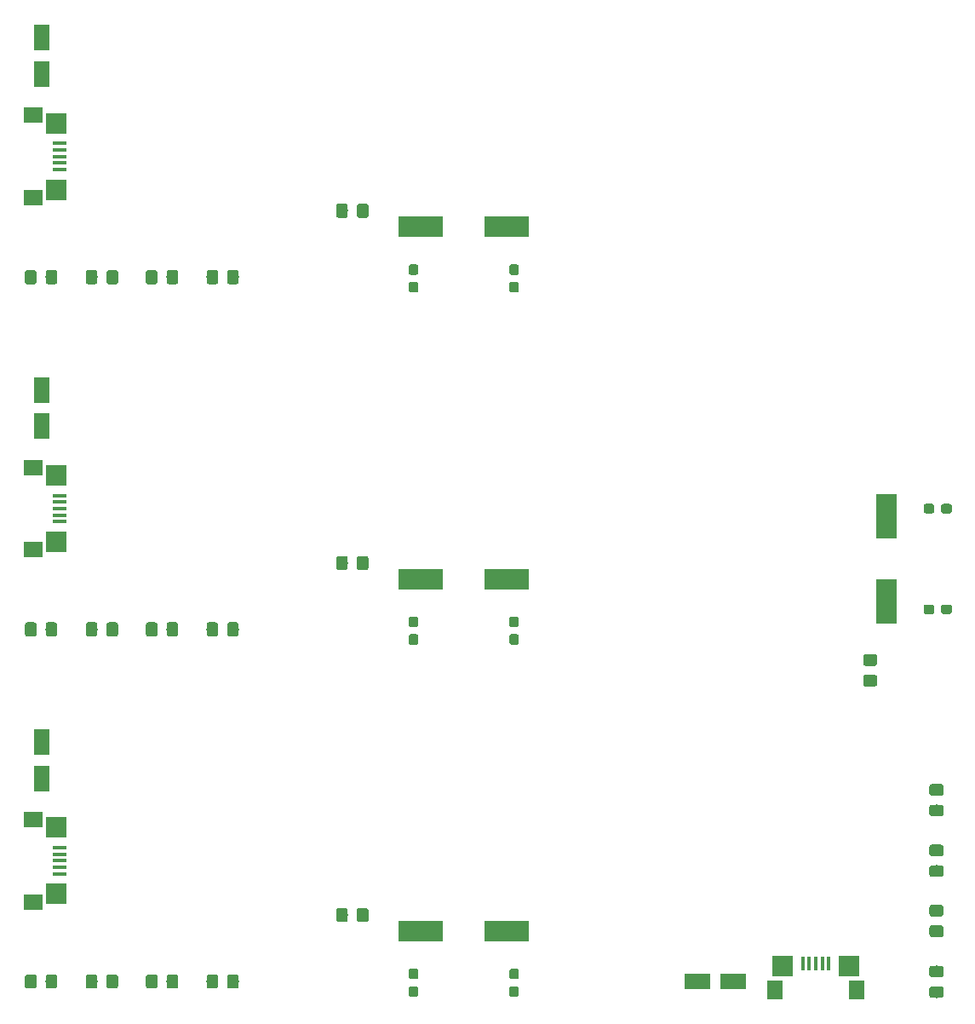
<source format=gtp>
G04 #@! TF.GenerationSoftware,KiCad,Pcbnew,(5.0.0)*
G04 #@! TF.CreationDate,2018-11-07T00:59:44+09:00*
G04 #@! TF.ProjectId,gb_cart_flash,67625F636172745F666C6173682E6B69,rev?*
G04 #@! TF.SameCoordinates,Original*
G04 #@! TF.FileFunction,Paste,Top*
G04 #@! TF.FilePolarity,Positive*
%FSLAX46Y46*%
G04 Gerber Fmt 4.6, Leading zero omitted, Abs format (unit mm)*
G04 Created by KiCad (PCBNEW (5.0.0)) date 11/07/18 00:59:44*
%MOMM*%
%LPD*%
G01*
G04 APERTURE LIST*
%ADD10R,0.400000X1.350000*%
%ADD11R,2.100000X2.000000*%
%ADD12R,1.600000X1.900000*%
%ADD13R,2.000000X4.500000*%
%ADD14C,0.100000*%
%ADD15C,1.150000*%
%ADD16R,2.600000X1.600000*%
%ADD17C,0.950000*%
%ADD18R,1.350000X0.400000*%
%ADD19R,2.000000X2.100000*%
%ADD20R,1.900000X1.600000*%
%ADD21R,4.500000X2.000000*%
%ADD22R,1.600000X2.600000*%
G04 APERTURE END LIST*
D10*
G04 #@! TO.C,J1*
X238300000Y-112175000D03*
X237650000Y-112175000D03*
X237000000Y-112175000D03*
X236350000Y-112175000D03*
X235700000Y-112175000D03*
D11*
X233700000Y-112500000D03*
X240300000Y-112500000D03*
D12*
X232900000Y-114850000D03*
X241100000Y-114850000D03*
G04 #@! TD*
D13*
G04 #@! TO.C,Y1*
X244000000Y-76250000D03*
X244000000Y-67750000D03*
G04 #@! TD*
D14*
G04 #@! TO.C,R5*
G36*
X249474505Y-96426204D02*
X249498773Y-96429804D01*
X249522572Y-96435765D01*
X249545671Y-96444030D01*
X249567850Y-96454520D01*
X249588893Y-96467132D01*
X249608599Y-96481747D01*
X249626777Y-96498223D01*
X249643253Y-96516401D01*
X249657868Y-96536107D01*
X249670480Y-96557150D01*
X249680970Y-96579329D01*
X249689235Y-96602428D01*
X249695196Y-96626227D01*
X249698796Y-96650495D01*
X249700000Y-96674999D01*
X249700000Y-97325001D01*
X249698796Y-97349505D01*
X249695196Y-97373773D01*
X249689235Y-97397572D01*
X249680970Y-97420671D01*
X249670480Y-97442850D01*
X249657868Y-97463893D01*
X249643253Y-97483599D01*
X249626777Y-97501777D01*
X249608599Y-97518253D01*
X249588893Y-97532868D01*
X249567850Y-97545480D01*
X249545671Y-97555970D01*
X249522572Y-97564235D01*
X249498773Y-97570196D01*
X249474505Y-97573796D01*
X249450001Y-97575000D01*
X248549999Y-97575000D01*
X248525495Y-97573796D01*
X248501227Y-97570196D01*
X248477428Y-97564235D01*
X248454329Y-97555970D01*
X248432150Y-97545480D01*
X248411107Y-97532868D01*
X248391401Y-97518253D01*
X248373223Y-97501777D01*
X248356747Y-97483599D01*
X248342132Y-97463893D01*
X248329520Y-97442850D01*
X248319030Y-97420671D01*
X248310765Y-97397572D01*
X248304804Y-97373773D01*
X248301204Y-97349505D01*
X248300000Y-97325001D01*
X248300000Y-96674999D01*
X248301204Y-96650495D01*
X248304804Y-96626227D01*
X248310765Y-96602428D01*
X248319030Y-96579329D01*
X248329520Y-96557150D01*
X248342132Y-96536107D01*
X248356747Y-96516401D01*
X248373223Y-96498223D01*
X248391401Y-96481747D01*
X248411107Y-96467132D01*
X248432150Y-96454520D01*
X248454329Y-96444030D01*
X248477428Y-96435765D01*
X248501227Y-96429804D01*
X248525495Y-96426204D01*
X248549999Y-96425000D01*
X249450001Y-96425000D01*
X249474505Y-96426204D01*
X249474505Y-96426204D01*
G37*
D15*
X249000000Y-97000000D03*
D14*
G36*
X249474505Y-94376204D02*
X249498773Y-94379804D01*
X249522572Y-94385765D01*
X249545671Y-94394030D01*
X249567850Y-94404520D01*
X249588893Y-94417132D01*
X249608599Y-94431747D01*
X249626777Y-94448223D01*
X249643253Y-94466401D01*
X249657868Y-94486107D01*
X249670480Y-94507150D01*
X249680970Y-94529329D01*
X249689235Y-94552428D01*
X249695196Y-94576227D01*
X249698796Y-94600495D01*
X249700000Y-94624999D01*
X249700000Y-95275001D01*
X249698796Y-95299505D01*
X249695196Y-95323773D01*
X249689235Y-95347572D01*
X249680970Y-95370671D01*
X249670480Y-95392850D01*
X249657868Y-95413893D01*
X249643253Y-95433599D01*
X249626777Y-95451777D01*
X249608599Y-95468253D01*
X249588893Y-95482868D01*
X249567850Y-95495480D01*
X249545671Y-95505970D01*
X249522572Y-95514235D01*
X249498773Y-95520196D01*
X249474505Y-95523796D01*
X249450001Y-95525000D01*
X248549999Y-95525000D01*
X248525495Y-95523796D01*
X248501227Y-95520196D01*
X248477428Y-95514235D01*
X248454329Y-95505970D01*
X248432150Y-95495480D01*
X248411107Y-95482868D01*
X248391401Y-95468253D01*
X248373223Y-95451777D01*
X248356747Y-95433599D01*
X248342132Y-95413893D01*
X248329520Y-95392850D01*
X248319030Y-95370671D01*
X248310765Y-95347572D01*
X248304804Y-95323773D01*
X248301204Y-95299505D01*
X248300000Y-95275001D01*
X248300000Y-94624999D01*
X248301204Y-94600495D01*
X248304804Y-94576227D01*
X248310765Y-94552428D01*
X248319030Y-94529329D01*
X248329520Y-94507150D01*
X248342132Y-94486107D01*
X248356747Y-94466401D01*
X248373223Y-94448223D01*
X248391401Y-94431747D01*
X248411107Y-94417132D01*
X248432150Y-94404520D01*
X248454329Y-94394030D01*
X248477428Y-94385765D01*
X248501227Y-94379804D01*
X248525495Y-94376204D01*
X248549999Y-94375000D01*
X249450001Y-94375000D01*
X249474505Y-94376204D01*
X249474505Y-94376204D01*
G37*
D15*
X249000000Y-94950000D03*
G04 #@! TD*
D14*
G04 #@! TO.C,R4*
G36*
X249474505Y-100401204D02*
X249498773Y-100404804D01*
X249522572Y-100410765D01*
X249545671Y-100419030D01*
X249567850Y-100429520D01*
X249588893Y-100442132D01*
X249608599Y-100456747D01*
X249626777Y-100473223D01*
X249643253Y-100491401D01*
X249657868Y-100511107D01*
X249670480Y-100532150D01*
X249680970Y-100554329D01*
X249689235Y-100577428D01*
X249695196Y-100601227D01*
X249698796Y-100625495D01*
X249700000Y-100649999D01*
X249700000Y-101300001D01*
X249698796Y-101324505D01*
X249695196Y-101348773D01*
X249689235Y-101372572D01*
X249680970Y-101395671D01*
X249670480Y-101417850D01*
X249657868Y-101438893D01*
X249643253Y-101458599D01*
X249626777Y-101476777D01*
X249608599Y-101493253D01*
X249588893Y-101507868D01*
X249567850Y-101520480D01*
X249545671Y-101530970D01*
X249522572Y-101539235D01*
X249498773Y-101545196D01*
X249474505Y-101548796D01*
X249450001Y-101550000D01*
X248549999Y-101550000D01*
X248525495Y-101548796D01*
X248501227Y-101545196D01*
X248477428Y-101539235D01*
X248454329Y-101530970D01*
X248432150Y-101520480D01*
X248411107Y-101507868D01*
X248391401Y-101493253D01*
X248373223Y-101476777D01*
X248356747Y-101458599D01*
X248342132Y-101438893D01*
X248329520Y-101417850D01*
X248319030Y-101395671D01*
X248310765Y-101372572D01*
X248304804Y-101348773D01*
X248301204Y-101324505D01*
X248300000Y-101300001D01*
X248300000Y-100649999D01*
X248301204Y-100625495D01*
X248304804Y-100601227D01*
X248310765Y-100577428D01*
X248319030Y-100554329D01*
X248329520Y-100532150D01*
X248342132Y-100511107D01*
X248356747Y-100491401D01*
X248373223Y-100473223D01*
X248391401Y-100456747D01*
X248411107Y-100442132D01*
X248432150Y-100429520D01*
X248454329Y-100419030D01*
X248477428Y-100410765D01*
X248501227Y-100404804D01*
X248525495Y-100401204D01*
X248549999Y-100400000D01*
X249450001Y-100400000D01*
X249474505Y-100401204D01*
X249474505Y-100401204D01*
G37*
D15*
X249000000Y-100975000D03*
D14*
G36*
X249474505Y-102451204D02*
X249498773Y-102454804D01*
X249522572Y-102460765D01*
X249545671Y-102469030D01*
X249567850Y-102479520D01*
X249588893Y-102492132D01*
X249608599Y-102506747D01*
X249626777Y-102523223D01*
X249643253Y-102541401D01*
X249657868Y-102561107D01*
X249670480Y-102582150D01*
X249680970Y-102604329D01*
X249689235Y-102627428D01*
X249695196Y-102651227D01*
X249698796Y-102675495D01*
X249700000Y-102699999D01*
X249700000Y-103350001D01*
X249698796Y-103374505D01*
X249695196Y-103398773D01*
X249689235Y-103422572D01*
X249680970Y-103445671D01*
X249670480Y-103467850D01*
X249657868Y-103488893D01*
X249643253Y-103508599D01*
X249626777Y-103526777D01*
X249608599Y-103543253D01*
X249588893Y-103557868D01*
X249567850Y-103570480D01*
X249545671Y-103580970D01*
X249522572Y-103589235D01*
X249498773Y-103595196D01*
X249474505Y-103598796D01*
X249450001Y-103600000D01*
X248549999Y-103600000D01*
X248525495Y-103598796D01*
X248501227Y-103595196D01*
X248477428Y-103589235D01*
X248454329Y-103580970D01*
X248432150Y-103570480D01*
X248411107Y-103557868D01*
X248391401Y-103543253D01*
X248373223Y-103526777D01*
X248356747Y-103508599D01*
X248342132Y-103488893D01*
X248329520Y-103467850D01*
X248319030Y-103445671D01*
X248310765Y-103422572D01*
X248304804Y-103398773D01*
X248301204Y-103374505D01*
X248300000Y-103350001D01*
X248300000Y-102699999D01*
X248301204Y-102675495D01*
X248304804Y-102651227D01*
X248310765Y-102627428D01*
X248319030Y-102604329D01*
X248329520Y-102582150D01*
X248342132Y-102561107D01*
X248356747Y-102541401D01*
X248373223Y-102523223D01*
X248391401Y-102506747D01*
X248411107Y-102492132D01*
X248432150Y-102479520D01*
X248454329Y-102469030D01*
X248477428Y-102460765D01*
X248501227Y-102454804D01*
X248525495Y-102451204D01*
X248549999Y-102450000D01*
X249450001Y-102450000D01*
X249474505Y-102451204D01*
X249474505Y-102451204D01*
G37*
D15*
X249000000Y-103025000D03*
G04 #@! TD*
D14*
G04 #@! TO.C,R3*
G36*
X249474505Y-106376204D02*
X249498773Y-106379804D01*
X249522572Y-106385765D01*
X249545671Y-106394030D01*
X249567850Y-106404520D01*
X249588893Y-106417132D01*
X249608599Y-106431747D01*
X249626777Y-106448223D01*
X249643253Y-106466401D01*
X249657868Y-106486107D01*
X249670480Y-106507150D01*
X249680970Y-106529329D01*
X249689235Y-106552428D01*
X249695196Y-106576227D01*
X249698796Y-106600495D01*
X249700000Y-106624999D01*
X249700000Y-107275001D01*
X249698796Y-107299505D01*
X249695196Y-107323773D01*
X249689235Y-107347572D01*
X249680970Y-107370671D01*
X249670480Y-107392850D01*
X249657868Y-107413893D01*
X249643253Y-107433599D01*
X249626777Y-107451777D01*
X249608599Y-107468253D01*
X249588893Y-107482868D01*
X249567850Y-107495480D01*
X249545671Y-107505970D01*
X249522572Y-107514235D01*
X249498773Y-107520196D01*
X249474505Y-107523796D01*
X249450001Y-107525000D01*
X248549999Y-107525000D01*
X248525495Y-107523796D01*
X248501227Y-107520196D01*
X248477428Y-107514235D01*
X248454329Y-107505970D01*
X248432150Y-107495480D01*
X248411107Y-107482868D01*
X248391401Y-107468253D01*
X248373223Y-107451777D01*
X248356747Y-107433599D01*
X248342132Y-107413893D01*
X248329520Y-107392850D01*
X248319030Y-107370671D01*
X248310765Y-107347572D01*
X248304804Y-107323773D01*
X248301204Y-107299505D01*
X248300000Y-107275001D01*
X248300000Y-106624999D01*
X248301204Y-106600495D01*
X248304804Y-106576227D01*
X248310765Y-106552428D01*
X248319030Y-106529329D01*
X248329520Y-106507150D01*
X248342132Y-106486107D01*
X248356747Y-106466401D01*
X248373223Y-106448223D01*
X248391401Y-106431747D01*
X248411107Y-106417132D01*
X248432150Y-106404520D01*
X248454329Y-106394030D01*
X248477428Y-106385765D01*
X248501227Y-106379804D01*
X248525495Y-106376204D01*
X248549999Y-106375000D01*
X249450001Y-106375000D01*
X249474505Y-106376204D01*
X249474505Y-106376204D01*
G37*
D15*
X249000000Y-106950000D03*
D14*
G36*
X249474505Y-108426204D02*
X249498773Y-108429804D01*
X249522572Y-108435765D01*
X249545671Y-108444030D01*
X249567850Y-108454520D01*
X249588893Y-108467132D01*
X249608599Y-108481747D01*
X249626777Y-108498223D01*
X249643253Y-108516401D01*
X249657868Y-108536107D01*
X249670480Y-108557150D01*
X249680970Y-108579329D01*
X249689235Y-108602428D01*
X249695196Y-108626227D01*
X249698796Y-108650495D01*
X249700000Y-108674999D01*
X249700000Y-109325001D01*
X249698796Y-109349505D01*
X249695196Y-109373773D01*
X249689235Y-109397572D01*
X249680970Y-109420671D01*
X249670480Y-109442850D01*
X249657868Y-109463893D01*
X249643253Y-109483599D01*
X249626777Y-109501777D01*
X249608599Y-109518253D01*
X249588893Y-109532868D01*
X249567850Y-109545480D01*
X249545671Y-109555970D01*
X249522572Y-109564235D01*
X249498773Y-109570196D01*
X249474505Y-109573796D01*
X249450001Y-109575000D01*
X248549999Y-109575000D01*
X248525495Y-109573796D01*
X248501227Y-109570196D01*
X248477428Y-109564235D01*
X248454329Y-109555970D01*
X248432150Y-109545480D01*
X248411107Y-109532868D01*
X248391401Y-109518253D01*
X248373223Y-109501777D01*
X248356747Y-109483599D01*
X248342132Y-109463893D01*
X248329520Y-109442850D01*
X248319030Y-109420671D01*
X248310765Y-109397572D01*
X248304804Y-109373773D01*
X248301204Y-109349505D01*
X248300000Y-109325001D01*
X248300000Y-108674999D01*
X248301204Y-108650495D01*
X248304804Y-108626227D01*
X248310765Y-108602428D01*
X248319030Y-108579329D01*
X248329520Y-108557150D01*
X248342132Y-108536107D01*
X248356747Y-108516401D01*
X248373223Y-108498223D01*
X248391401Y-108481747D01*
X248411107Y-108467132D01*
X248432150Y-108454520D01*
X248454329Y-108444030D01*
X248477428Y-108435765D01*
X248501227Y-108429804D01*
X248525495Y-108426204D01*
X248549999Y-108425000D01*
X249450001Y-108425000D01*
X249474505Y-108426204D01*
X249474505Y-108426204D01*
G37*
D15*
X249000000Y-109000000D03*
G04 #@! TD*
D16*
G04 #@! TO.C,C6*
X228800000Y-114000000D03*
X225200000Y-114000000D03*
G04 #@! TD*
D14*
G04 #@! TO.C,R2*
G36*
X249474505Y-114476204D02*
X249498773Y-114479804D01*
X249522572Y-114485765D01*
X249545671Y-114494030D01*
X249567850Y-114504520D01*
X249588893Y-114517132D01*
X249608599Y-114531747D01*
X249626777Y-114548223D01*
X249643253Y-114566401D01*
X249657868Y-114586107D01*
X249670480Y-114607150D01*
X249680970Y-114629329D01*
X249689235Y-114652428D01*
X249695196Y-114676227D01*
X249698796Y-114700495D01*
X249700000Y-114724999D01*
X249700000Y-115375001D01*
X249698796Y-115399505D01*
X249695196Y-115423773D01*
X249689235Y-115447572D01*
X249680970Y-115470671D01*
X249670480Y-115492850D01*
X249657868Y-115513893D01*
X249643253Y-115533599D01*
X249626777Y-115551777D01*
X249608599Y-115568253D01*
X249588893Y-115582868D01*
X249567850Y-115595480D01*
X249545671Y-115605970D01*
X249522572Y-115614235D01*
X249498773Y-115620196D01*
X249474505Y-115623796D01*
X249450001Y-115625000D01*
X248549999Y-115625000D01*
X248525495Y-115623796D01*
X248501227Y-115620196D01*
X248477428Y-115614235D01*
X248454329Y-115605970D01*
X248432150Y-115595480D01*
X248411107Y-115582868D01*
X248391401Y-115568253D01*
X248373223Y-115551777D01*
X248356747Y-115533599D01*
X248342132Y-115513893D01*
X248329520Y-115492850D01*
X248319030Y-115470671D01*
X248310765Y-115447572D01*
X248304804Y-115423773D01*
X248301204Y-115399505D01*
X248300000Y-115375001D01*
X248300000Y-114724999D01*
X248301204Y-114700495D01*
X248304804Y-114676227D01*
X248310765Y-114652428D01*
X248319030Y-114629329D01*
X248329520Y-114607150D01*
X248342132Y-114586107D01*
X248356747Y-114566401D01*
X248373223Y-114548223D01*
X248391401Y-114531747D01*
X248411107Y-114517132D01*
X248432150Y-114504520D01*
X248454329Y-114494030D01*
X248477428Y-114485765D01*
X248501227Y-114479804D01*
X248525495Y-114476204D01*
X248549999Y-114475000D01*
X249450001Y-114475000D01*
X249474505Y-114476204D01*
X249474505Y-114476204D01*
G37*
D15*
X249000000Y-115050000D03*
D14*
G36*
X249474505Y-112426204D02*
X249498773Y-112429804D01*
X249522572Y-112435765D01*
X249545671Y-112444030D01*
X249567850Y-112454520D01*
X249588893Y-112467132D01*
X249608599Y-112481747D01*
X249626777Y-112498223D01*
X249643253Y-112516401D01*
X249657868Y-112536107D01*
X249670480Y-112557150D01*
X249680970Y-112579329D01*
X249689235Y-112602428D01*
X249695196Y-112626227D01*
X249698796Y-112650495D01*
X249700000Y-112674999D01*
X249700000Y-113325001D01*
X249698796Y-113349505D01*
X249695196Y-113373773D01*
X249689235Y-113397572D01*
X249680970Y-113420671D01*
X249670480Y-113442850D01*
X249657868Y-113463893D01*
X249643253Y-113483599D01*
X249626777Y-113501777D01*
X249608599Y-113518253D01*
X249588893Y-113532868D01*
X249567850Y-113545480D01*
X249545671Y-113555970D01*
X249522572Y-113564235D01*
X249498773Y-113570196D01*
X249474505Y-113573796D01*
X249450001Y-113575000D01*
X248549999Y-113575000D01*
X248525495Y-113573796D01*
X248501227Y-113570196D01*
X248477428Y-113564235D01*
X248454329Y-113555970D01*
X248432150Y-113545480D01*
X248411107Y-113532868D01*
X248391401Y-113518253D01*
X248373223Y-113501777D01*
X248356747Y-113483599D01*
X248342132Y-113463893D01*
X248329520Y-113442850D01*
X248319030Y-113420671D01*
X248310765Y-113397572D01*
X248304804Y-113373773D01*
X248301204Y-113349505D01*
X248300000Y-113325001D01*
X248300000Y-112674999D01*
X248301204Y-112650495D01*
X248304804Y-112626227D01*
X248310765Y-112602428D01*
X248319030Y-112579329D01*
X248329520Y-112557150D01*
X248342132Y-112536107D01*
X248356747Y-112516401D01*
X248373223Y-112498223D01*
X248391401Y-112481747D01*
X248411107Y-112467132D01*
X248432150Y-112454520D01*
X248454329Y-112444030D01*
X248477428Y-112435765D01*
X248501227Y-112429804D01*
X248525495Y-112426204D01*
X248549999Y-112425000D01*
X249450001Y-112425000D01*
X249474505Y-112426204D01*
X249474505Y-112426204D01*
G37*
D15*
X249000000Y-113000000D03*
G04 #@! TD*
D14*
G04 #@! TO.C,C3*
G36*
X242874505Y-83526204D02*
X242898773Y-83529804D01*
X242922572Y-83535765D01*
X242945671Y-83544030D01*
X242967850Y-83554520D01*
X242988893Y-83567132D01*
X243008599Y-83581747D01*
X243026777Y-83598223D01*
X243043253Y-83616401D01*
X243057868Y-83636107D01*
X243070480Y-83657150D01*
X243080970Y-83679329D01*
X243089235Y-83702428D01*
X243095196Y-83726227D01*
X243098796Y-83750495D01*
X243100000Y-83774999D01*
X243100000Y-84425001D01*
X243098796Y-84449505D01*
X243095196Y-84473773D01*
X243089235Y-84497572D01*
X243080970Y-84520671D01*
X243070480Y-84542850D01*
X243057868Y-84563893D01*
X243043253Y-84583599D01*
X243026777Y-84601777D01*
X243008599Y-84618253D01*
X242988893Y-84632868D01*
X242967850Y-84645480D01*
X242945671Y-84655970D01*
X242922572Y-84664235D01*
X242898773Y-84670196D01*
X242874505Y-84673796D01*
X242850001Y-84675000D01*
X241949999Y-84675000D01*
X241925495Y-84673796D01*
X241901227Y-84670196D01*
X241877428Y-84664235D01*
X241854329Y-84655970D01*
X241832150Y-84645480D01*
X241811107Y-84632868D01*
X241791401Y-84618253D01*
X241773223Y-84601777D01*
X241756747Y-84583599D01*
X241742132Y-84563893D01*
X241729520Y-84542850D01*
X241719030Y-84520671D01*
X241710765Y-84497572D01*
X241704804Y-84473773D01*
X241701204Y-84449505D01*
X241700000Y-84425001D01*
X241700000Y-83774999D01*
X241701204Y-83750495D01*
X241704804Y-83726227D01*
X241710765Y-83702428D01*
X241719030Y-83679329D01*
X241729520Y-83657150D01*
X241742132Y-83636107D01*
X241756747Y-83616401D01*
X241773223Y-83598223D01*
X241791401Y-83581747D01*
X241811107Y-83567132D01*
X241832150Y-83554520D01*
X241854329Y-83544030D01*
X241877428Y-83535765D01*
X241901227Y-83529804D01*
X241925495Y-83526204D01*
X241949999Y-83525000D01*
X242850001Y-83525000D01*
X242874505Y-83526204D01*
X242874505Y-83526204D01*
G37*
D15*
X242400000Y-84100000D03*
D14*
G36*
X242874505Y-81476204D02*
X242898773Y-81479804D01*
X242922572Y-81485765D01*
X242945671Y-81494030D01*
X242967850Y-81504520D01*
X242988893Y-81517132D01*
X243008599Y-81531747D01*
X243026777Y-81548223D01*
X243043253Y-81566401D01*
X243057868Y-81586107D01*
X243070480Y-81607150D01*
X243080970Y-81629329D01*
X243089235Y-81652428D01*
X243095196Y-81676227D01*
X243098796Y-81700495D01*
X243100000Y-81724999D01*
X243100000Y-82375001D01*
X243098796Y-82399505D01*
X243095196Y-82423773D01*
X243089235Y-82447572D01*
X243080970Y-82470671D01*
X243070480Y-82492850D01*
X243057868Y-82513893D01*
X243043253Y-82533599D01*
X243026777Y-82551777D01*
X243008599Y-82568253D01*
X242988893Y-82582868D01*
X242967850Y-82595480D01*
X242945671Y-82605970D01*
X242922572Y-82614235D01*
X242898773Y-82620196D01*
X242874505Y-82623796D01*
X242850001Y-82625000D01*
X241949999Y-82625000D01*
X241925495Y-82623796D01*
X241901227Y-82620196D01*
X241877428Y-82614235D01*
X241854329Y-82605970D01*
X241832150Y-82595480D01*
X241811107Y-82582868D01*
X241791401Y-82568253D01*
X241773223Y-82551777D01*
X241756747Y-82533599D01*
X241742132Y-82513893D01*
X241729520Y-82492850D01*
X241719030Y-82470671D01*
X241710765Y-82447572D01*
X241704804Y-82423773D01*
X241701204Y-82399505D01*
X241700000Y-82375001D01*
X241700000Y-81724999D01*
X241701204Y-81700495D01*
X241704804Y-81676227D01*
X241710765Y-81652428D01*
X241719030Y-81629329D01*
X241729520Y-81607150D01*
X241742132Y-81586107D01*
X241756747Y-81566401D01*
X241773223Y-81548223D01*
X241791401Y-81531747D01*
X241811107Y-81517132D01*
X241832150Y-81504520D01*
X241854329Y-81494030D01*
X241877428Y-81485765D01*
X241901227Y-81479804D01*
X241925495Y-81476204D01*
X241949999Y-81475000D01*
X242850001Y-81475000D01*
X242874505Y-81476204D01*
X242874505Y-81476204D01*
G37*
D15*
X242400000Y-82050000D03*
G04 #@! TD*
D14*
G04 #@! TO.C,C2*
G36*
X248560779Y-76526144D02*
X248583834Y-76529563D01*
X248606443Y-76535227D01*
X248628387Y-76543079D01*
X248649457Y-76553044D01*
X248669448Y-76565026D01*
X248688168Y-76578910D01*
X248705438Y-76594562D01*
X248721090Y-76611832D01*
X248734974Y-76630552D01*
X248746956Y-76650543D01*
X248756921Y-76671613D01*
X248764773Y-76693557D01*
X248770437Y-76716166D01*
X248773856Y-76739221D01*
X248775000Y-76762500D01*
X248775000Y-77237500D01*
X248773856Y-77260779D01*
X248770437Y-77283834D01*
X248764773Y-77306443D01*
X248756921Y-77328387D01*
X248746956Y-77349457D01*
X248734974Y-77369448D01*
X248721090Y-77388168D01*
X248705438Y-77405438D01*
X248688168Y-77421090D01*
X248669448Y-77434974D01*
X248649457Y-77446956D01*
X248628387Y-77456921D01*
X248606443Y-77464773D01*
X248583834Y-77470437D01*
X248560779Y-77473856D01*
X248537500Y-77475000D01*
X247962500Y-77475000D01*
X247939221Y-77473856D01*
X247916166Y-77470437D01*
X247893557Y-77464773D01*
X247871613Y-77456921D01*
X247850543Y-77446956D01*
X247830552Y-77434974D01*
X247811832Y-77421090D01*
X247794562Y-77405438D01*
X247778910Y-77388168D01*
X247765026Y-77369448D01*
X247753044Y-77349457D01*
X247743079Y-77328387D01*
X247735227Y-77306443D01*
X247729563Y-77283834D01*
X247726144Y-77260779D01*
X247725000Y-77237500D01*
X247725000Y-76762500D01*
X247726144Y-76739221D01*
X247729563Y-76716166D01*
X247735227Y-76693557D01*
X247743079Y-76671613D01*
X247753044Y-76650543D01*
X247765026Y-76630552D01*
X247778910Y-76611832D01*
X247794562Y-76594562D01*
X247811832Y-76578910D01*
X247830552Y-76565026D01*
X247850543Y-76553044D01*
X247871613Y-76543079D01*
X247893557Y-76535227D01*
X247916166Y-76529563D01*
X247939221Y-76526144D01*
X247962500Y-76525000D01*
X248537500Y-76525000D01*
X248560779Y-76526144D01*
X248560779Y-76526144D01*
G37*
D17*
X248250000Y-77000000D03*
D14*
G36*
X250310779Y-76526144D02*
X250333834Y-76529563D01*
X250356443Y-76535227D01*
X250378387Y-76543079D01*
X250399457Y-76553044D01*
X250419448Y-76565026D01*
X250438168Y-76578910D01*
X250455438Y-76594562D01*
X250471090Y-76611832D01*
X250484974Y-76630552D01*
X250496956Y-76650543D01*
X250506921Y-76671613D01*
X250514773Y-76693557D01*
X250520437Y-76716166D01*
X250523856Y-76739221D01*
X250525000Y-76762500D01*
X250525000Y-77237500D01*
X250523856Y-77260779D01*
X250520437Y-77283834D01*
X250514773Y-77306443D01*
X250506921Y-77328387D01*
X250496956Y-77349457D01*
X250484974Y-77369448D01*
X250471090Y-77388168D01*
X250455438Y-77405438D01*
X250438168Y-77421090D01*
X250419448Y-77434974D01*
X250399457Y-77446956D01*
X250378387Y-77456921D01*
X250356443Y-77464773D01*
X250333834Y-77470437D01*
X250310779Y-77473856D01*
X250287500Y-77475000D01*
X249712500Y-77475000D01*
X249689221Y-77473856D01*
X249666166Y-77470437D01*
X249643557Y-77464773D01*
X249621613Y-77456921D01*
X249600543Y-77446956D01*
X249580552Y-77434974D01*
X249561832Y-77421090D01*
X249544562Y-77405438D01*
X249528910Y-77388168D01*
X249515026Y-77369448D01*
X249503044Y-77349457D01*
X249493079Y-77328387D01*
X249485227Y-77306443D01*
X249479563Y-77283834D01*
X249476144Y-77260779D01*
X249475000Y-77237500D01*
X249475000Y-76762500D01*
X249476144Y-76739221D01*
X249479563Y-76716166D01*
X249485227Y-76693557D01*
X249493079Y-76671613D01*
X249503044Y-76650543D01*
X249515026Y-76630552D01*
X249528910Y-76611832D01*
X249544562Y-76594562D01*
X249561832Y-76578910D01*
X249580552Y-76565026D01*
X249600543Y-76553044D01*
X249621613Y-76543079D01*
X249643557Y-76535227D01*
X249666166Y-76529563D01*
X249689221Y-76526144D01*
X249712500Y-76525000D01*
X250287500Y-76525000D01*
X250310779Y-76526144D01*
X250310779Y-76526144D01*
G37*
D17*
X250000000Y-77000000D03*
G04 #@! TD*
D14*
G04 #@! TO.C,C1*
G36*
X250310779Y-66526144D02*
X250333834Y-66529563D01*
X250356443Y-66535227D01*
X250378387Y-66543079D01*
X250399457Y-66553044D01*
X250419448Y-66565026D01*
X250438168Y-66578910D01*
X250455438Y-66594562D01*
X250471090Y-66611832D01*
X250484974Y-66630552D01*
X250496956Y-66650543D01*
X250506921Y-66671613D01*
X250514773Y-66693557D01*
X250520437Y-66716166D01*
X250523856Y-66739221D01*
X250525000Y-66762500D01*
X250525000Y-67237500D01*
X250523856Y-67260779D01*
X250520437Y-67283834D01*
X250514773Y-67306443D01*
X250506921Y-67328387D01*
X250496956Y-67349457D01*
X250484974Y-67369448D01*
X250471090Y-67388168D01*
X250455438Y-67405438D01*
X250438168Y-67421090D01*
X250419448Y-67434974D01*
X250399457Y-67446956D01*
X250378387Y-67456921D01*
X250356443Y-67464773D01*
X250333834Y-67470437D01*
X250310779Y-67473856D01*
X250287500Y-67475000D01*
X249712500Y-67475000D01*
X249689221Y-67473856D01*
X249666166Y-67470437D01*
X249643557Y-67464773D01*
X249621613Y-67456921D01*
X249600543Y-67446956D01*
X249580552Y-67434974D01*
X249561832Y-67421090D01*
X249544562Y-67405438D01*
X249528910Y-67388168D01*
X249515026Y-67369448D01*
X249503044Y-67349457D01*
X249493079Y-67328387D01*
X249485227Y-67306443D01*
X249479563Y-67283834D01*
X249476144Y-67260779D01*
X249475000Y-67237500D01*
X249475000Y-66762500D01*
X249476144Y-66739221D01*
X249479563Y-66716166D01*
X249485227Y-66693557D01*
X249493079Y-66671613D01*
X249503044Y-66650543D01*
X249515026Y-66630552D01*
X249528910Y-66611832D01*
X249544562Y-66594562D01*
X249561832Y-66578910D01*
X249580552Y-66565026D01*
X249600543Y-66553044D01*
X249621613Y-66543079D01*
X249643557Y-66535227D01*
X249666166Y-66529563D01*
X249689221Y-66526144D01*
X249712500Y-66525000D01*
X250287500Y-66525000D01*
X250310779Y-66526144D01*
X250310779Y-66526144D01*
G37*
D17*
X250000000Y-67000000D03*
D14*
G36*
X248560779Y-66526144D02*
X248583834Y-66529563D01*
X248606443Y-66535227D01*
X248628387Y-66543079D01*
X248649457Y-66553044D01*
X248669448Y-66565026D01*
X248688168Y-66578910D01*
X248705438Y-66594562D01*
X248721090Y-66611832D01*
X248734974Y-66630552D01*
X248746956Y-66650543D01*
X248756921Y-66671613D01*
X248764773Y-66693557D01*
X248770437Y-66716166D01*
X248773856Y-66739221D01*
X248775000Y-66762500D01*
X248775000Y-67237500D01*
X248773856Y-67260779D01*
X248770437Y-67283834D01*
X248764773Y-67306443D01*
X248756921Y-67328387D01*
X248746956Y-67349457D01*
X248734974Y-67369448D01*
X248721090Y-67388168D01*
X248705438Y-67405438D01*
X248688168Y-67421090D01*
X248669448Y-67434974D01*
X248649457Y-67446956D01*
X248628387Y-67456921D01*
X248606443Y-67464773D01*
X248583834Y-67470437D01*
X248560779Y-67473856D01*
X248537500Y-67475000D01*
X247962500Y-67475000D01*
X247939221Y-67473856D01*
X247916166Y-67470437D01*
X247893557Y-67464773D01*
X247871613Y-67456921D01*
X247850543Y-67446956D01*
X247830552Y-67434974D01*
X247811832Y-67421090D01*
X247794562Y-67405438D01*
X247778910Y-67388168D01*
X247765026Y-67369448D01*
X247753044Y-67349457D01*
X247743079Y-67328387D01*
X247735227Y-67306443D01*
X247729563Y-67283834D01*
X247726144Y-67260779D01*
X247725000Y-67237500D01*
X247725000Y-66762500D01*
X247726144Y-66739221D01*
X247729563Y-66716166D01*
X247735227Y-66693557D01*
X247743079Y-66671613D01*
X247753044Y-66650543D01*
X247765026Y-66630552D01*
X247778910Y-66611832D01*
X247794562Y-66594562D01*
X247811832Y-66578910D01*
X247830552Y-66565026D01*
X247850543Y-66553044D01*
X247871613Y-66543079D01*
X247893557Y-66535227D01*
X247916166Y-66529563D01*
X247939221Y-66526144D01*
X247962500Y-66525000D01*
X248537500Y-66525000D01*
X248560779Y-66526144D01*
X248560779Y-66526144D01*
G37*
D17*
X248250000Y-67000000D03*
G04 #@! TD*
D18*
G04 #@! TO.C,J1*
X161825000Y-33300000D03*
X161825000Y-32650000D03*
X161825000Y-32000000D03*
X161825000Y-31350000D03*
X161825000Y-30700000D03*
D19*
X161500000Y-28700000D03*
X161500000Y-35300000D03*
D20*
X159150000Y-27900000D03*
X159150000Y-36100000D03*
G04 #@! TD*
D21*
G04 #@! TO.C,Y1*
X197750000Y-39000000D03*
X206250000Y-39000000D03*
G04 #@! TD*
D14*
G04 #@! TO.C,R5*
G36*
X177349505Y-43301204D02*
X177373773Y-43304804D01*
X177397572Y-43310765D01*
X177420671Y-43319030D01*
X177442850Y-43329520D01*
X177463893Y-43342132D01*
X177483599Y-43356747D01*
X177501777Y-43373223D01*
X177518253Y-43391401D01*
X177532868Y-43411107D01*
X177545480Y-43432150D01*
X177555970Y-43454329D01*
X177564235Y-43477428D01*
X177570196Y-43501227D01*
X177573796Y-43525495D01*
X177575000Y-43549999D01*
X177575000Y-44450001D01*
X177573796Y-44474505D01*
X177570196Y-44498773D01*
X177564235Y-44522572D01*
X177555970Y-44545671D01*
X177545480Y-44567850D01*
X177532868Y-44588893D01*
X177518253Y-44608599D01*
X177501777Y-44626777D01*
X177483599Y-44643253D01*
X177463893Y-44657868D01*
X177442850Y-44670480D01*
X177420671Y-44680970D01*
X177397572Y-44689235D01*
X177373773Y-44695196D01*
X177349505Y-44698796D01*
X177325001Y-44700000D01*
X176674999Y-44700000D01*
X176650495Y-44698796D01*
X176626227Y-44695196D01*
X176602428Y-44689235D01*
X176579329Y-44680970D01*
X176557150Y-44670480D01*
X176536107Y-44657868D01*
X176516401Y-44643253D01*
X176498223Y-44626777D01*
X176481747Y-44608599D01*
X176467132Y-44588893D01*
X176454520Y-44567850D01*
X176444030Y-44545671D01*
X176435765Y-44522572D01*
X176429804Y-44498773D01*
X176426204Y-44474505D01*
X176425000Y-44450001D01*
X176425000Y-43549999D01*
X176426204Y-43525495D01*
X176429804Y-43501227D01*
X176435765Y-43477428D01*
X176444030Y-43454329D01*
X176454520Y-43432150D01*
X176467132Y-43411107D01*
X176481747Y-43391401D01*
X176498223Y-43373223D01*
X176516401Y-43356747D01*
X176536107Y-43342132D01*
X176557150Y-43329520D01*
X176579329Y-43319030D01*
X176602428Y-43310765D01*
X176626227Y-43304804D01*
X176650495Y-43301204D01*
X176674999Y-43300000D01*
X177325001Y-43300000D01*
X177349505Y-43301204D01*
X177349505Y-43301204D01*
G37*
D15*
X177000000Y-44000000D03*
D14*
G36*
X179399505Y-43301204D02*
X179423773Y-43304804D01*
X179447572Y-43310765D01*
X179470671Y-43319030D01*
X179492850Y-43329520D01*
X179513893Y-43342132D01*
X179533599Y-43356747D01*
X179551777Y-43373223D01*
X179568253Y-43391401D01*
X179582868Y-43411107D01*
X179595480Y-43432150D01*
X179605970Y-43454329D01*
X179614235Y-43477428D01*
X179620196Y-43501227D01*
X179623796Y-43525495D01*
X179625000Y-43549999D01*
X179625000Y-44450001D01*
X179623796Y-44474505D01*
X179620196Y-44498773D01*
X179614235Y-44522572D01*
X179605970Y-44545671D01*
X179595480Y-44567850D01*
X179582868Y-44588893D01*
X179568253Y-44608599D01*
X179551777Y-44626777D01*
X179533599Y-44643253D01*
X179513893Y-44657868D01*
X179492850Y-44670480D01*
X179470671Y-44680970D01*
X179447572Y-44689235D01*
X179423773Y-44695196D01*
X179399505Y-44698796D01*
X179375001Y-44700000D01*
X178724999Y-44700000D01*
X178700495Y-44698796D01*
X178676227Y-44695196D01*
X178652428Y-44689235D01*
X178629329Y-44680970D01*
X178607150Y-44670480D01*
X178586107Y-44657868D01*
X178566401Y-44643253D01*
X178548223Y-44626777D01*
X178531747Y-44608599D01*
X178517132Y-44588893D01*
X178504520Y-44567850D01*
X178494030Y-44545671D01*
X178485765Y-44522572D01*
X178479804Y-44498773D01*
X178476204Y-44474505D01*
X178475000Y-44450001D01*
X178475000Y-43549999D01*
X178476204Y-43525495D01*
X178479804Y-43501227D01*
X178485765Y-43477428D01*
X178494030Y-43454329D01*
X178504520Y-43432150D01*
X178517132Y-43411107D01*
X178531747Y-43391401D01*
X178548223Y-43373223D01*
X178566401Y-43356747D01*
X178586107Y-43342132D01*
X178607150Y-43329520D01*
X178629329Y-43319030D01*
X178652428Y-43310765D01*
X178676227Y-43304804D01*
X178700495Y-43301204D01*
X178724999Y-43300000D01*
X179375001Y-43300000D01*
X179399505Y-43301204D01*
X179399505Y-43301204D01*
G37*
D15*
X179050000Y-44000000D03*
G04 #@! TD*
D14*
G04 #@! TO.C,R4*
G36*
X173374505Y-43301204D02*
X173398773Y-43304804D01*
X173422572Y-43310765D01*
X173445671Y-43319030D01*
X173467850Y-43329520D01*
X173488893Y-43342132D01*
X173508599Y-43356747D01*
X173526777Y-43373223D01*
X173543253Y-43391401D01*
X173557868Y-43411107D01*
X173570480Y-43432150D01*
X173580970Y-43454329D01*
X173589235Y-43477428D01*
X173595196Y-43501227D01*
X173598796Y-43525495D01*
X173600000Y-43549999D01*
X173600000Y-44450001D01*
X173598796Y-44474505D01*
X173595196Y-44498773D01*
X173589235Y-44522572D01*
X173580970Y-44545671D01*
X173570480Y-44567850D01*
X173557868Y-44588893D01*
X173543253Y-44608599D01*
X173526777Y-44626777D01*
X173508599Y-44643253D01*
X173488893Y-44657868D01*
X173467850Y-44670480D01*
X173445671Y-44680970D01*
X173422572Y-44689235D01*
X173398773Y-44695196D01*
X173374505Y-44698796D01*
X173350001Y-44700000D01*
X172699999Y-44700000D01*
X172675495Y-44698796D01*
X172651227Y-44695196D01*
X172627428Y-44689235D01*
X172604329Y-44680970D01*
X172582150Y-44670480D01*
X172561107Y-44657868D01*
X172541401Y-44643253D01*
X172523223Y-44626777D01*
X172506747Y-44608599D01*
X172492132Y-44588893D01*
X172479520Y-44567850D01*
X172469030Y-44545671D01*
X172460765Y-44522572D01*
X172454804Y-44498773D01*
X172451204Y-44474505D01*
X172450000Y-44450001D01*
X172450000Y-43549999D01*
X172451204Y-43525495D01*
X172454804Y-43501227D01*
X172460765Y-43477428D01*
X172469030Y-43454329D01*
X172479520Y-43432150D01*
X172492132Y-43411107D01*
X172506747Y-43391401D01*
X172523223Y-43373223D01*
X172541401Y-43356747D01*
X172561107Y-43342132D01*
X172582150Y-43329520D01*
X172604329Y-43319030D01*
X172627428Y-43310765D01*
X172651227Y-43304804D01*
X172675495Y-43301204D01*
X172699999Y-43300000D01*
X173350001Y-43300000D01*
X173374505Y-43301204D01*
X173374505Y-43301204D01*
G37*
D15*
X173025000Y-44000000D03*
D14*
G36*
X171324505Y-43301204D02*
X171348773Y-43304804D01*
X171372572Y-43310765D01*
X171395671Y-43319030D01*
X171417850Y-43329520D01*
X171438893Y-43342132D01*
X171458599Y-43356747D01*
X171476777Y-43373223D01*
X171493253Y-43391401D01*
X171507868Y-43411107D01*
X171520480Y-43432150D01*
X171530970Y-43454329D01*
X171539235Y-43477428D01*
X171545196Y-43501227D01*
X171548796Y-43525495D01*
X171550000Y-43549999D01*
X171550000Y-44450001D01*
X171548796Y-44474505D01*
X171545196Y-44498773D01*
X171539235Y-44522572D01*
X171530970Y-44545671D01*
X171520480Y-44567850D01*
X171507868Y-44588893D01*
X171493253Y-44608599D01*
X171476777Y-44626777D01*
X171458599Y-44643253D01*
X171438893Y-44657868D01*
X171417850Y-44670480D01*
X171395671Y-44680970D01*
X171372572Y-44689235D01*
X171348773Y-44695196D01*
X171324505Y-44698796D01*
X171300001Y-44700000D01*
X170649999Y-44700000D01*
X170625495Y-44698796D01*
X170601227Y-44695196D01*
X170577428Y-44689235D01*
X170554329Y-44680970D01*
X170532150Y-44670480D01*
X170511107Y-44657868D01*
X170491401Y-44643253D01*
X170473223Y-44626777D01*
X170456747Y-44608599D01*
X170442132Y-44588893D01*
X170429520Y-44567850D01*
X170419030Y-44545671D01*
X170410765Y-44522572D01*
X170404804Y-44498773D01*
X170401204Y-44474505D01*
X170400000Y-44450001D01*
X170400000Y-43549999D01*
X170401204Y-43525495D01*
X170404804Y-43501227D01*
X170410765Y-43477428D01*
X170419030Y-43454329D01*
X170429520Y-43432150D01*
X170442132Y-43411107D01*
X170456747Y-43391401D01*
X170473223Y-43373223D01*
X170491401Y-43356747D01*
X170511107Y-43342132D01*
X170532150Y-43329520D01*
X170554329Y-43319030D01*
X170577428Y-43310765D01*
X170601227Y-43304804D01*
X170625495Y-43301204D01*
X170649999Y-43300000D01*
X171300001Y-43300000D01*
X171324505Y-43301204D01*
X171324505Y-43301204D01*
G37*
D15*
X170975000Y-44000000D03*
G04 #@! TD*
D14*
G04 #@! TO.C,R3*
G36*
X167399505Y-43301204D02*
X167423773Y-43304804D01*
X167447572Y-43310765D01*
X167470671Y-43319030D01*
X167492850Y-43329520D01*
X167513893Y-43342132D01*
X167533599Y-43356747D01*
X167551777Y-43373223D01*
X167568253Y-43391401D01*
X167582868Y-43411107D01*
X167595480Y-43432150D01*
X167605970Y-43454329D01*
X167614235Y-43477428D01*
X167620196Y-43501227D01*
X167623796Y-43525495D01*
X167625000Y-43549999D01*
X167625000Y-44450001D01*
X167623796Y-44474505D01*
X167620196Y-44498773D01*
X167614235Y-44522572D01*
X167605970Y-44545671D01*
X167595480Y-44567850D01*
X167582868Y-44588893D01*
X167568253Y-44608599D01*
X167551777Y-44626777D01*
X167533599Y-44643253D01*
X167513893Y-44657868D01*
X167492850Y-44670480D01*
X167470671Y-44680970D01*
X167447572Y-44689235D01*
X167423773Y-44695196D01*
X167399505Y-44698796D01*
X167375001Y-44700000D01*
X166724999Y-44700000D01*
X166700495Y-44698796D01*
X166676227Y-44695196D01*
X166652428Y-44689235D01*
X166629329Y-44680970D01*
X166607150Y-44670480D01*
X166586107Y-44657868D01*
X166566401Y-44643253D01*
X166548223Y-44626777D01*
X166531747Y-44608599D01*
X166517132Y-44588893D01*
X166504520Y-44567850D01*
X166494030Y-44545671D01*
X166485765Y-44522572D01*
X166479804Y-44498773D01*
X166476204Y-44474505D01*
X166475000Y-44450001D01*
X166475000Y-43549999D01*
X166476204Y-43525495D01*
X166479804Y-43501227D01*
X166485765Y-43477428D01*
X166494030Y-43454329D01*
X166504520Y-43432150D01*
X166517132Y-43411107D01*
X166531747Y-43391401D01*
X166548223Y-43373223D01*
X166566401Y-43356747D01*
X166586107Y-43342132D01*
X166607150Y-43329520D01*
X166629329Y-43319030D01*
X166652428Y-43310765D01*
X166676227Y-43304804D01*
X166700495Y-43301204D01*
X166724999Y-43300000D01*
X167375001Y-43300000D01*
X167399505Y-43301204D01*
X167399505Y-43301204D01*
G37*
D15*
X167050000Y-44000000D03*
D14*
G36*
X165349505Y-43301204D02*
X165373773Y-43304804D01*
X165397572Y-43310765D01*
X165420671Y-43319030D01*
X165442850Y-43329520D01*
X165463893Y-43342132D01*
X165483599Y-43356747D01*
X165501777Y-43373223D01*
X165518253Y-43391401D01*
X165532868Y-43411107D01*
X165545480Y-43432150D01*
X165555970Y-43454329D01*
X165564235Y-43477428D01*
X165570196Y-43501227D01*
X165573796Y-43525495D01*
X165575000Y-43549999D01*
X165575000Y-44450001D01*
X165573796Y-44474505D01*
X165570196Y-44498773D01*
X165564235Y-44522572D01*
X165555970Y-44545671D01*
X165545480Y-44567850D01*
X165532868Y-44588893D01*
X165518253Y-44608599D01*
X165501777Y-44626777D01*
X165483599Y-44643253D01*
X165463893Y-44657868D01*
X165442850Y-44670480D01*
X165420671Y-44680970D01*
X165397572Y-44689235D01*
X165373773Y-44695196D01*
X165349505Y-44698796D01*
X165325001Y-44700000D01*
X164674999Y-44700000D01*
X164650495Y-44698796D01*
X164626227Y-44695196D01*
X164602428Y-44689235D01*
X164579329Y-44680970D01*
X164557150Y-44670480D01*
X164536107Y-44657868D01*
X164516401Y-44643253D01*
X164498223Y-44626777D01*
X164481747Y-44608599D01*
X164467132Y-44588893D01*
X164454520Y-44567850D01*
X164444030Y-44545671D01*
X164435765Y-44522572D01*
X164429804Y-44498773D01*
X164426204Y-44474505D01*
X164425000Y-44450001D01*
X164425000Y-43549999D01*
X164426204Y-43525495D01*
X164429804Y-43501227D01*
X164435765Y-43477428D01*
X164444030Y-43454329D01*
X164454520Y-43432150D01*
X164467132Y-43411107D01*
X164481747Y-43391401D01*
X164498223Y-43373223D01*
X164516401Y-43356747D01*
X164536107Y-43342132D01*
X164557150Y-43329520D01*
X164579329Y-43319030D01*
X164602428Y-43310765D01*
X164626227Y-43304804D01*
X164650495Y-43301204D01*
X164674999Y-43300000D01*
X165325001Y-43300000D01*
X165349505Y-43301204D01*
X165349505Y-43301204D01*
G37*
D15*
X165000000Y-44000000D03*
G04 #@! TD*
D22*
G04 #@! TO.C,C6*
X160000000Y-23800000D03*
X160000000Y-20200000D03*
G04 #@! TD*
D14*
G04 #@! TO.C,R2*
G36*
X159299505Y-43301204D02*
X159323773Y-43304804D01*
X159347572Y-43310765D01*
X159370671Y-43319030D01*
X159392850Y-43329520D01*
X159413893Y-43342132D01*
X159433599Y-43356747D01*
X159451777Y-43373223D01*
X159468253Y-43391401D01*
X159482868Y-43411107D01*
X159495480Y-43432150D01*
X159505970Y-43454329D01*
X159514235Y-43477428D01*
X159520196Y-43501227D01*
X159523796Y-43525495D01*
X159525000Y-43549999D01*
X159525000Y-44450001D01*
X159523796Y-44474505D01*
X159520196Y-44498773D01*
X159514235Y-44522572D01*
X159505970Y-44545671D01*
X159495480Y-44567850D01*
X159482868Y-44588893D01*
X159468253Y-44608599D01*
X159451777Y-44626777D01*
X159433599Y-44643253D01*
X159413893Y-44657868D01*
X159392850Y-44670480D01*
X159370671Y-44680970D01*
X159347572Y-44689235D01*
X159323773Y-44695196D01*
X159299505Y-44698796D01*
X159275001Y-44700000D01*
X158624999Y-44700000D01*
X158600495Y-44698796D01*
X158576227Y-44695196D01*
X158552428Y-44689235D01*
X158529329Y-44680970D01*
X158507150Y-44670480D01*
X158486107Y-44657868D01*
X158466401Y-44643253D01*
X158448223Y-44626777D01*
X158431747Y-44608599D01*
X158417132Y-44588893D01*
X158404520Y-44567850D01*
X158394030Y-44545671D01*
X158385765Y-44522572D01*
X158379804Y-44498773D01*
X158376204Y-44474505D01*
X158375000Y-44450001D01*
X158375000Y-43549999D01*
X158376204Y-43525495D01*
X158379804Y-43501227D01*
X158385765Y-43477428D01*
X158394030Y-43454329D01*
X158404520Y-43432150D01*
X158417132Y-43411107D01*
X158431747Y-43391401D01*
X158448223Y-43373223D01*
X158466401Y-43356747D01*
X158486107Y-43342132D01*
X158507150Y-43329520D01*
X158529329Y-43319030D01*
X158552428Y-43310765D01*
X158576227Y-43304804D01*
X158600495Y-43301204D01*
X158624999Y-43300000D01*
X159275001Y-43300000D01*
X159299505Y-43301204D01*
X159299505Y-43301204D01*
G37*
D15*
X158950000Y-44000000D03*
D14*
G36*
X161349505Y-43301204D02*
X161373773Y-43304804D01*
X161397572Y-43310765D01*
X161420671Y-43319030D01*
X161442850Y-43329520D01*
X161463893Y-43342132D01*
X161483599Y-43356747D01*
X161501777Y-43373223D01*
X161518253Y-43391401D01*
X161532868Y-43411107D01*
X161545480Y-43432150D01*
X161555970Y-43454329D01*
X161564235Y-43477428D01*
X161570196Y-43501227D01*
X161573796Y-43525495D01*
X161575000Y-43549999D01*
X161575000Y-44450001D01*
X161573796Y-44474505D01*
X161570196Y-44498773D01*
X161564235Y-44522572D01*
X161555970Y-44545671D01*
X161545480Y-44567850D01*
X161532868Y-44588893D01*
X161518253Y-44608599D01*
X161501777Y-44626777D01*
X161483599Y-44643253D01*
X161463893Y-44657868D01*
X161442850Y-44670480D01*
X161420671Y-44680970D01*
X161397572Y-44689235D01*
X161373773Y-44695196D01*
X161349505Y-44698796D01*
X161325001Y-44700000D01*
X160674999Y-44700000D01*
X160650495Y-44698796D01*
X160626227Y-44695196D01*
X160602428Y-44689235D01*
X160579329Y-44680970D01*
X160557150Y-44670480D01*
X160536107Y-44657868D01*
X160516401Y-44643253D01*
X160498223Y-44626777D01*
X160481747Y-44608599D01*
X160467132Y-44588893D01*
X160454520Y-44567850D01*
X160444030Y-44545671D01*
X160435765Y-44522572D01*
X160429804Y-44498773D01*
X160426204Y-44474505D01*
X160425000Y-44450001D01*
X160425000Y-43549999D01*
X160426204Y-43525495D01*
X160429804Y-43501227D01*
X160435765Y-43477428D01*
X160444030Y-43454329D01*
X160454520Y-43432150D01*
X160467132Y-43411107D01*
X160481747Y-43391401D01*
X160498223Y-43373223D01*
X160516401Y-43356747D01*
X160536107Y-43342132D01*
X160557150Y-43329520D01*
X160579329Y-43319030D01*
X160602428Y-43310765D01*
X160626227Y-43304804D01*
X160650495Y-43301204D01*
X160674999Y-43300000D01*
X161325001Y-43300000D01*
X161349505Y-43301204D01*
X161349505Y-43301204D01*
G37*
D15*
X161000000Y-44000000D03*
G04 #@! TD*
D14*
G04 #@! TO.C,C3*
G36*
X190249505Y-36701204D02*
X190273773Y-36704804D01*
X190297572Y-36710765D01*
X190320671Y-36719030D01*
X190342850Y-36729520D01*
X190363893Y-36742132D01*
X190383599Y-36756747D01*
X190401777Y-36773223D01*
X190418253Y-36791401D01*
X190432868Y-36811107D01*
X190445480Y-36832150D01*
X190455970Y-36854329D01*
X190464235Y-36877428D01*
X190470196Y-36901227D01*
X190473796Y-36925495D01*
X190475000Y-36949999D01*
X190475000Y-37850001D01*
X190473796Y-37874505D01*
X190470196Y-37898773D01*
X190464235Y-37922572D01*
X190455970Y-37945671D01*
X190445480Y-37967850D01*
X190432868Y-37988893D01*
X190418253Y-38008599D01*
X190401777Y-38026777D01*
X190383599Y-38043253D01*
X190363893Y-38057868D01*
X190342850Y-38070480D01*
X190320671Y-38080970D01*
X190297572Y-38089235D01*
X190273773Y-38095196D01*
X190249505Y-38098796D01*
X190225001Y-38100000D01*
X189574999Y-38100000D01*
X189550495Y-38098796D01*
X189526227Y-38095196D01*
X189502428Y-38089235D01*
X189479329Y-38080970D01*
X189457150Y-38070480D01*
X189436107Y-38057868D01*
X189416401Y-38043253D01*
X189398223Y-38026777D01*
X189381747Y-38008599D01*
X189367132Y-37988893D01*
X189354520Y-37967850D01*
X189344030Y-37945671D01*
X189335765Y-37922572D01*
X189329804Y-37898773D01*
X189326204Y-37874505D01*
X189325000Y-37850001D01*
X189325000Y-36949999D01*
X189326204Y-36925495D01*
X189329804Y-36901227D01*
X189335765Y-36877428D01*
X189344030Y-36854329D01*
X189354520Y-36832150D01*
X189367132Y-36811107D01*
X189381747Y-36791401D01*
X189398223Y-36773223D01*
X189416401Y-36756747D01*
X189436107Y-36742132D01*
X189457150Y-36729520D01*
X189479329Y-36719030D01*
X189502428Y-36710765D01*
X189526227Y-36704804D01*
X189550495Y-36701204D01*
X189574999Y-36700000D01*
X190225001Y-36700000D01*
X190249505Y-36701204D01*
X190249505Y-36701204D01*
G37*
D15*
X189900000Y-37400000D03*
D14*
G36*
X192299505Y-36701204D02*
X192323773Y-36704804D01*
X192347572Y-36710765D01*
X192370671Y-36719030D01*
X192392850Y-36729520D01*
X192413893Y-36742132D01*
X192433599Y-36756747D01*
X192451777Y-36773223D01*
X192468253Y-36791401D01*
X192482868Y-36811107D01*
X192495480Y-36832150D01*
X192505970Y-36854329D01*
X192514235Y-36877428D01*
X192520196Y-36901227D01*
X192523796Y-36925495D01*
X192525000Y-36949999D01*
X192525000Y-37850001D01*
X192523796Y-37874505D01*
X192520196Y-37898773D01*
X192514235Y-37922572D01*
X192505970Y-37945671D01*
X192495480Y-37967850D01*
X192482868Y-37988893D01*
X192468253Y-38008599D01*
X192451777Y-38026777D01*
X192433599Y-38043253D01*
X192413893Y-38057868D01*
X192392850Y-38070480D01*
X192370671Y-38080970D01*
X192347572Y-38089235D01*
X192323773Y-38095196D01*
X192299505Y-38098796D01*
X192275001Y-38100000D01*
X191624999Y-38100000D01*
X191600495Y-38098796D01*
X191576227Y-38095196D01*
X191552428Y-38089235D01*
X191529329Y-38080970D01*
X191507150Y-38070480D01*
X191486107Y-38057868D01*
X191466401Y-38043253D01*
X191448223Y-38026777D01*
X191431747Y-38008599D01*
X191417132Y-37988893D01*
X191404520Y-37967850D01*
X191394030Y-37945671D01*
X191385765Y-37922572D01*
X191379804Y-37898773D01*
X191376204Y-37874505D01*
X191375000Y-37850001D01*
X191375000Y-36949999D01*
X191376204Y-36925495D01*
X191379804Y-36901227D01*
X191385765Y-36877428D01*
X191394030Y-36854329D01*
X191404520Y-36832150D01*
X191417132Y-36811107D01*
X191431747Y-36791401D01*
X191448223Y-36773223D01*
X191466401Y-36756747D01*
X191486107Y-36742132D01*
X191507150Y-36729520D01*
X191529329Y-36719030D01*
X191552428Y-36710765D01*
X191576227Y-36704804D01*
X191600495Y-36701204D01*
X191624999Y-36700000D01*
X192275001Y-36700000D01*
X192299505Y-36701204D01*
X192299505Y-36701204D01*
G37*
D15*
X191950000Y-37400000D03*
G04 #@! TD*
D14*
G04 #@! TO.C,C2*
G36*
X197260779Y-42726144D02*
X197283834Y-42729563D01*
X197306443Y-42735227D01*
X197328387Y-42743079D01*
X197349457Y-42753044D01*
X197369448Y-42765026D01*
X197388168Y-42778910D01*
X197405438Y-42794562D01*
X197421090Y-42811832D01*
X197434974Y-42830552D01*
X197446956Y-42850543D01*
X197456921Y-42871613D01*
X197464773Y-42893557D01*
X197470437Y-42916166D01*
X197473856Y-42939221D01*
X197475000Y-42962500D01*
X197475000Y-43537500D01*
X197473856Y-43560779D01*
X197470437Y-43583834D01*
X197464773Y-43606443D01*
X197456921Y-43628387D01*
X197446956Y-43649457D01*
X197434974Y-43669448D01*
X197421090Y-43688168D01*
X197405438Y-43705438D01*
X197388168Y-43721090D01*
X197369448Y-43734974D01*
X197349457Y-43746956D01*
X197328387Y-43756921D01*
X197306443Y-43764773D01*
X197283834Y-43770437D01*
X197260779Y-43773856D01*
X197237500Y-43775000D01*
X196762500Y-43775000D01*
X196739221Y-43773856D01*
X196716166Y-43770437D01*
X196693557Y-43764773D01*
X196671613Y-43756921D01*
X196650543Y-43746956D01*
X196630552Y-43734974D01*
X196611832Y-43721090D01*
X196594562Y-43705438D01*
X196578910Y-43688168D01*
X196565026Y-43669448D01*
X196553044Y-43649457D01*
X196543079Y-43628387D01*
X196535227Y-43606443D01*
X196529563Y-43583834D01*
X196526144Y-43560779D01*
X196525000Y-43537500D01*
X196525000Y-42962500D01*
X196526144Y-42939221D01*
X196529563Y-42916166D01*
X196535227Y-42893557D01*
X196543079Y-42871613D01*
X196553044Y-42850543D01*
X196565026Y-42830552D01*
X196578910Y-42811832D01*
X196594562Y-42794562D01*
X196611832Y-42778910D01*
X196630552Y-42765026D01*
X196650543Y-42753044D01*
X196671613Y-42743079D01*
X196693557Y-42735227D01*
X196716166Y-42729563D01*
X196739221Y-42726144D01*
X196762500Y-42725000D01*
X197237500Y-42725000D01*
X197260779Y-42726144D01*
X197260779Y-42726144D01*
G37*
D17*
X197000000Y-43250000D03*
D14*
G36*
X197260779Y-44476144D02*
X197283834Y-44479563D01*
X197306443Y-44485227D01*
X197328387Y-44493079D01*
X197349457Y-44503044D01*
X197369448Y-44515026D01*
X197388168Y-44528910D01*
X197405438Y-44544562D01*
X197421090Y-44561832D01*
X197434974Y-44580552D01*
X197446956Y-44600543D01*
X197456921Y-44621613D01*
X197464773Y-44643557D01*
X197470437Y-44666166D01*
X197473856Y-44689221D01*
X197475000Y-44712500D01*
X197475000Y-45287500D01*
X197473856Y-45310779D01*
X197470437Y-45333834D01*
X197464773Y-45356443D01*
X197456921Y-45378387D01*
X197446956Y-45399457D01*
X197434974Y-45419448D01*
X197421090Y-45438168D01*
X197405438Y-45455438D01*
X197388168Y-45471090D01*
X197369448Y-45484974D01*
X197349457Y-45496956D01*
X197328387Y-45506921D01*
X197306443Y-45514773D01*
X197283834Y-45520437D01*
X197260779Y-45523856D01*
X197237500Y-45525000D01*
X196762500Y-45525000D01*
X196739221Y-45523856D01*
X196716166Y-45520437D01*
X196693557Y-45514773D01*
X196671613Y-45506921D01*
X196650543Y-45496956D01*
X196630552Y-45484974D01*
X196611832Y-45471090D01*
X196594562Y-45455438D01*
X196578910Y-45438168D01*
X196565026Y-45419448D01*
X196553044Y-45399457D01*
X196543079Y-45378387D01*
X196535227Y-45356443D01*
X196529563Y-45333834D01*
X196526144Y-45310779D01*
X196525000Y-45287500D01*
X196525000Y-44712500D01*
X196526144Y-44689221D01*
X196529563Y-44666166D01*
X196535227Y-44643557D01*
X196543079Y-44621613D01*
X196553044Y-44600543D01*
X196565026Y-44580552D01*
X196578910Y-44561832D01*
X196594562Y-44544562D01*
X196611832Y-44528910D01*
X196630552Y-44515026D01*
X196650543Y-44503044D01*
X196671613Y-44493079D01*
X196693557Y-44485227D01*
X196716166Y-44479563D01*
X196739221Y-44476144D01*
X196762500Y-44475000D01*
X197237500Y-44475000D01*
X197260779Y-44476144D01*
X197260779Y-44476144D01*
G37*
D17*
X197000000Y-45000000D03*
G04 #@! TD*
D14*
G04 #@! TO.C,C1*
G36*
X207260779Y-44476144D02*
X207283834Y-44479563D01*
X207306443Y-44485227D01*
X207328387Y-44493079D01*
X207349457Y-44503044D01*
X207369448Y-44515026D01*
X207388168Y-44528910D01*
X207405438Y-44544562D01*
X207421090Y-44561832D01*
X207434974Y-44580552D01*
X207446956Y-44600543D01*
X207456921Y-44621613D01*
X207464773Y-44643557D01*
X207470437Y-44666166D01*
X207473856Y-44689221D01*
X207475000Y-44712500D01*
X207475000Y-45287500D01*
X207473856Y-45310779D01*
X207470437Y-45333834D01*
X207464773Y-45356443D01*
X207456921Y-45378387D01*
X207446956Y-45399457D01*
X207434974Y-45419448D01*
X207421090Y-45438168D01*
X207405438Y-45455438D01*
X207388168Y-45471090D01*
X207369448Y-45484974D01*
X207349457Y-45496956D01*
X207328387Y-45506921D01*
X207306443Y-45514773D01*
X207283834Y-45520437D01*
X207260779Y-45523856D01*
X207237500Y-45525000D01*
X206762500Y-45525000D01*
X206739221Y-45523856D01*
X206716166Y-45520437D01*
X206693557Y-45514773D01*
X206671613Y-45506921D01*
X206650543Y-45496956D01*
X206630552Y-45484974D01*
X206611832Y-45471090D01*
X206594562Y-45455438D01*
X206578910Y-45438168D01*
X206565026Y-45419448D01*
X206553044Y-45399457D01*
X206543079Y-45378387D01*
X206535227Y-45356443D01*
X206529563Y-45333834D01*
X206526144Y-45310779D01*
X206525000Y-45287500D01*
X206525000Y-44712500D01*
X206526144Y-44689221D01*
X206529563Y-44666166D01*
X206535227Y-44643557D01*
X206543079Y-44621613D01*
X206553044Y-44600543D01*
X206565026Y-44580552D01*
X206578910Y-44561832D01*
X206594562Y-44544562D01*
X206611832Y-44528910D01*
X206630552Y-44515026D01*
X206650543Y-44503044D01*
X206671613Y-44493079D01*
X206693557Y-44485227D01*
X206716166Y-44479563D01*
X206739221Y-44476144D01*
X206762500Y-44475000D01*
X207237500Y-44475000D01*
X207260779Y-44476144D01*
X207260779Y-44476144D01*
G37*
D17*
X207000000Y-45000000D03*
D14*
G36*
X207260779Y-42726144D02*
X207283834Y-42729563D01*
X207306443Y-42735227D01*
X207328387Y-42743079D01*
X207349457Y-42753044D01*
X207369448Y-42765026D01*
X207388168Y-42778910D01*
X207405438Y-42794562D01*
X207421090Y-42811832D01*
X207434974Y-42830552D01*
X207446956Y-42850543D01*
X207456921Y-42871613D01*
X207464773Y-42893557D01*
X207470437Y-42916166D01*
X207473856Y-42939221D01*
X207475000Y-42962500D01*
X207475000Y-43537500D01*
X207473856Y-43560779D01*
X207470437Y-43583834D01*
X207464773Y-43606443D01*
X207456921Y-43628387D01*
X207446956Y-43649457D01*
X207434974Y-43669448D01*
X207421090Y-43688168D01*
X207405438Y-43705438D01*
X207388168Y-43721090D01*
X207369448Y-43734974D01*
X207349457Y-43746956D01*
X207328387Y-43756921D01*
X207306443Y-43764773D01*
X207283834Y-43770437D01*
X207260779Y-43773856D01*
X207237500Y-43775000D01*
X206762500Y-43775000D01*
X206739221Y-43773856D01*
X206716166Y-43770437D01*
X206693557Y-43764773D01*
X206671613Y-43756921D01*
X206650543Y-43746956D01*
X206630552Y-43734974D01*
X206611832Y-43721090D01*
X206594562Y-43705438D01*
X206578910Y-43688168D01*
X206565026Y-43669448D01*
X206553044Y-43649457D01*
X206543079Y-43628387D01*
X206535227Y-43606443D01*
X206529563Y-43583834D01*
X206526144Y-43560779D01*
X206525000Y-43537500D01*
X206525000Y-42962500D01*
X206526144Y-42939221D01*
X206529563Y-42916166D01*
X206535227Y-42893557D01*
X206543079Y-42871613D01*
X206553044Y-42850543D01*
X206565026Y-42830552D01*
X206578910Y-42811832D01*
X206594562Y-42794562D01*
X206611832Y-42778910D01*
X206630552Y-42765026D01*
X206650543Y-42753044D01*
X206671613Y-42743079D01*
X206693557Y-42735227D01*
X206716166Y-42729563D01*
X206739221Y-42726144D01*
X206762500Y-42725000D01*
X207237500Y-42725000D01*
X207260779Y-42726144D01*
X207260779Y-42726144D01*
G37*
D17*
X207000000Y-43250000D03*
G04 #@! TD*
D18*
G04 #@! TO.C,J1*
X161825000Y-68300000D03*
X161825000Y-67650000D03*
X161825000Y-67000000D03*
X161825000Y-66350000D03*
X161825000Y-65700000D03*
D19*
X161500000Y-63700000D03*
X161500000Y-70300000D03*
D20*
X159150000Y-62900000D03*
X159150000Y-71100000D03*
G04 #@! TD*
D21*
G04 #@! TO.C,Y1*
X197750000Y-74000000D03*
X206250000Y-74000000D03*
G04 #@! TD*
D14*
G04 #@! TO.C,R5*
G36*
X177349505Y-78301204D02*
X177373773Y-78304804D01*
X177397572Y-78310765D01*
X177420671Y-78319030D01*
X177442850Y-78329520D01*
X177463893Y-78342132D01*
X177483599Y-78356747D01*
X177501777Y-78373223D01*
X177518253Y-78391401D01*
X177532868Y-78411107D01*
X177545480Y-78432150D01*
X177555970Y-78454329D01*
X177564235Y-78477428D01*
X177570196Y-78501227D01*
X177573796Y-78525495D01*
X177575000Y-78549999D01*
X177575000Y-79450001D01*
X177573796Y-79474505D01*
X177570196Y-79498773D01*
X177564235Y-79522572D01*
X177555970Y-79545671D01*
X177545480Y-79567850D01*
X177532868Y-79588893D01*
X177518253Y-79608599D01*
X177501777Y-79626777D01*
X177483599Y-79643253D01*
X177463893Y-79657868D01*
X177442850Y-79670480D01*
X177420671Y-79680970D01*
X177397572Y-79689235D01*
X177373773Y-79695196D01*
X177349505Y-79698796D01*
X177325001Y-79700000D01*
X176674999Y-79700000D01*
X176650495Y-79698796D01*
X176626227Y-79695196D01*
X176602428Y-79689235D01*
X176579329Y-79680970D01*
X176557150Y-79670480D01*
X176536107Y-79657868D01*
X176516401Y-79643253D01*
X176498223Y-79626777D01*
X176481747Y-79608599D01*
X176467132Y-79588893D01*
X176454520Y-79567850D01*
X176444030Y-79545671D01*
X176435765Y-79522572D01*
X176429804Y-79498773D01*
X176426204Y-79474505D01*
X176425000Y-79450001D01*
X176425000Y-78549999D01*
X176426204Y-78525495D01*
X176429804Y-78501227D01*
X176435765Y-78477428D01*
X176444030Y-78454329D01*
X176454520Y-78432150D01*
X176467132Y-78411107D01*
X176481747Y-78391401D01*
X176498223Y-78373223D01*
X176516401Y-78356747D01*
X176536107Y-78342132D01*
X176557150Y-78329520D01*
X176579329Y-78319030D01*
X176602428Y-78310765D01*
X176626227Y-78304804D01*
X176650495Y-78301204D01*
X176674999Y-78300000D01*
X177325001Y-78300000D01*
X177349505Y-78301204D01*
X177349505Y-78301204D01*
G37*
D15*
X177000000Y-79000000D03*
D14*
G36*
X179399505Y-78301204D02*
X179423773Y-78304804D01*
X179447572Y-78310765D01*
X179470671Y-78319030D01*
X179492850Y-78329520D01*
X179513893Y-78342132D01*
X179533599Y-78356747D01*
X179551777Y-78373223D01*
X179568253Y-78391401D01*
X179582868Y-78411107D01*
X179595480Y-78432150D01*
X179605970Y-78454329D01*
X179614235Y-78477428D01*
X179620196Y-78501227D01*
X179623796Y-78525495D01*
X179625000Y-78549999D01*
X179625000Y-79450001D01*
X179623796Y-79474505D01*
X179620196Y-79498773D01*
X179614235Y-79522572D01*
X179605970Y-79545671D01*
X179595480Y-79567850D01*
X179582868Y-79588893D01*
X179568253Y-79608599D01*
X179551777Y-79626777D01*
X179533599Y-79643253D01*
X179513893Y-79657868D01*
X179492850Y-79670480D01*
X179470671Y-79680970D01*
X179447572Y-79689235D01*
X179423773Y-79695196D01*
X179399505Y-79698796D01*
X179375001Y-79700000D01*
X178724999Y-79700000D01*
X178700495Y-79698796D01*
X178676227Y-79695196D01*
X178652428Y-79689235D01*
X178629329Y-79680970D01*
X178607150Y-79670480D01*
X178586107Y-79657868D01*
X178566401Y-79643253D01*
X178548223Y-79626777D01*
X178531747Y-79608599D01*
X178517132Y-79588893D01*
X178504520Y-79567850D01*
X178494030Y-79545671D01*
X178485765Y-79522572D01*
X178479804Y-79498773D01*
X178476204Y-79474505D01*
X178475000Y-79450001D01*
X178475000Y-78549999D01*
X178476204Y-78525495D01*
X178479804Y-78501227D01*
X178485765Y-78477428D01*
X178494030Y-78454329D01*
X178504520Y-78432150D01*
X178517132Y-78411107D01*
X178531747Y-78391401D01*
X178548223Y-78373223D01*
X178566401Y-78356747D01*
X178586107Y-78342132D01*
X178607150Y-78329520D01*
X178629329Y-78319030D01*
X178652428Y-78310765D01*
X178676227Y-78304804D01*
X178700495Y-78301204D01*
X178724999Y-78300000D01*
X179375001Y-78300000D01*
X179399505Y-78301204D01*
X179399505Y-78301204D01*
G37*
D15*
X179050000Y-79000000D03*
G04 #@! TD*
D14*
G04 #@! TO.C,R4*
G36*
X173374505Y-78301204D02*
X173398773Y-78304804D01*
X173422572Y-78310765D01*
X173445671Y-78319030D01*
X173467850Y-78329520D01*
X173488893Y-78342132D01*
X173508599Y-78356747D01*
X173526777Y-78373223D01*
X173543253Y-78391401D01*
X173557868Y-78411107D01*
X173570480Y-78432150D01*
X173580970Y-78454329D01*
X173589235Y-78477428D01*
X173595196Y-78501227D01*
X173598796Y-78525495D01*
X173600000Y-78549999D01*
X173600000Y-79450001D01*
X173598796Y-79474505D01*
X173595196Y-79498773D01*
X173589235Y-79522572D01*
X173580970Y-79545671D01*
X173570480Y-79567850D01*
X173557868Y-79588893D01*
X173543253Y-79608599D01*
X173526777Y-79626777D01*
X173508599Y-79643253D01*
X173488893Y-79657868D01*
X173467850Y-79670480D01*
X173445671Y-79680970D01*
X173422572Y-79689235D01*
X173398773Y-79695196D01*
X173374505Y-79698796D01*
X173350001Y-79700000D01*
X172699999Y-79700000D01*
X172675495Y-79698796D01*
X172651227Y-79695196D01*
X172627428Y-79689235D01*
X172604329Y-79680970D01*
X172582150Y-79670480D01*
X172561107Y-79657868D01*
X172541401Y-79643253D01*
X172523223Y-79626777D01*
X172506747Y-79608599D01*
X172492132Y-79588893D01*
X172479520Y-79567850D01*
X172469030Y-79545671D01*
X172460765Y-79522572D01*
X172454804Y-79498773D01*
X172451204Y-79474505D01*
X172450000Y-79450001D01*
X172450000Y-78549999D01*
X172451204Y-78525495D01*
X172454804Y-78501227D01*
X172460765Y-78477428D01*
X172469030Y-78454329D01*
X172479520Y-78432150D01*
X172492132Y-78411107D01*
X172506747Y-78391401D01*
X172523223Y-78373223D01*
X172541401Y-78356747D01*
X172561107Y-78342132D01*
X172582150Y-78329520D01*
X172604329Y-78319030D01*
X172627428Y-78310765D01*
X172651227Y-78304804D01*
X172675495Y-78301204D01*
X172699999Y-78300000D01*
X173350001Y-78300000D01*
X173374505Y-78301204D01*
X173374505Y-78301204D01*
G37*
D15*
X173025000Y-79000000D03*
D14*
G36*
X171324505Y-78301204D02*
X171348773Y-78304804D01*
X171372572Y-78310765D01*
X171395671Y-78319030D01*
X171417850Y-78329520D01*
X171438893Y-78342132D01*
X171458599Y-78356747D01*
X171476777Y-78373223D01*
X171493253Y-78391401D01*
X171507868Y-78411107D01*
X171520480Y-78432150D01*
X171530970Y-78454329D01*
X171539235Y-78477428D01*
X171545196Y-78501227D01*
X171548796Y-78525495D01*
X171550000Y-78549999D01*
X171550000Y-79450001D01*
X171548796Y-79474505D01*
X171545196Y-79498773D01*
X171539235Y-79522572D01*
X171530970Y-79545671D01*
X171520480Y-79567850D01*
X171507868Y-79588893D01*
X171493253Y-79608599D01*
X171476777Y-79626777D01*
X171458599Y-79643253D01*
X171438893Y-79657868D01*
X171417850Y-79670480D01*
X171395671Y-79680970D01*
X171372572Y-79689235D01*
X171348773Y-79695196D01*
X171324505Y-79698796D01*
X171300001Y-79700000D01*
X170649999Y-79700000D01*
X170625495Y-79698796D01*
X170601227Y-79695196D01*
X170577428Y-79689235D01*
X170554329Y-79680970D01*
X170532150Y-79670480D01*
X170511107Y-79657868D01*
X170491401Y-79643253D01*
X170473223Y-79626777D01*
X170456747Y-79608599D01*
X170442132Y-79588893D01*
X170429520Y-79567850D01*
X170419030Y-79545671D01*
X170410765Y-79522572D01*
X170404804Y-79498773D01*
X170401204Y-79474505D01*
X170400000Y-79450001D01*
X170400000Y-78549999D01*
X170401204Y-78525495D01*
X170404804Y-78501227D01*
X170410765Y-78477428D01*
X170419030Y-78454329D01*
X170429520Y-78432150D01*
X170442132Y-78411107D01*
X170456747Y-78391401D01*
X170473223Y-78373223D01*
X170491401Y-78356747D01*
X170511107Y-78342132D01*
X170532150Y-78329520D01*
X170554329Y-78319030D01*
X170577428Y-78310765D01*
X170601227Y-78304804D01*
X170625495Y-78301204D01*
X170649999Y-78300000D01*
X171300001Y-78300000D01*
X171324505Y-78301204D01*
X171324505Y-78301204D01*
G37*
D15*
X170975000Y-79000000D03*
G04 #@! TD*
D14*
G04 #@! TO.C,R3*
G36*
X167399505Y-78301204D02*
X167423773Y-78304804D01*
X167447572Y-78310765D01*
X167470671Y-78319030D01*
X167492850Y-78329520D01*
X167513893Y-78342132D01*
X167533599Y-78356747D01*
X167551777Y-78373223D01*
X167568253Y-78391401D01*
X167582868Y-78411107D01*
X167595480Y-78432150D01*
X167605970Y-78454329D01*
X167614235Y-78477428D01*
X167620196Y-78501227D01*
X167623796Y-78525495D01*
X167625000Y-78549999D01*
X167625000Y-79450001D01*
X167623796Y-79474505D01*
X167620196Y-79498773D01*
X167614235Y-79522572D01*
X167605970Y-79545671D01*
X167595480Y-79567850D01*
X167582868Y-79588893D01*
X167568253Y-79608599D01*
X167551777Y-79626777D01*
X167533599Y-79643253D01*
X167513893Y-79657868D01*
X167492850Y-79670480D01*
X167470671Y-79680970D01*
X167447572Y-79689235D01*
X167423773Y-79695196D01*
X167399505Y-79698796D01*
X167375001Y-79700000D01*
X166724999Y-79700000D01*
X166700495Y-79698796D01*
X166676227Y-79695196D01*
X166652428Y-79689235D01*
X166629329Y-79680970D01*
X166607150Y-79670480D01*
X166586107Y-79657868D01*
X166566401Y-79643253D01*
X166548223Y-79626777D01*
X166531747Y-79608599D01*
X166517132Y-79588893D01*
X166504520Y-79567850D01*
X166494030Y-79545671D01*
X166485765Y-79522572D01*
X166479804Y-79498773D01*
X166476204Y-79474505D01*
X166475000Y-79450001D01*
X166475000Y-78549999D01*
X166476204Y-78525495D01*
X166479804Y-78501227D01*
X166485765Y-78477428D01*
X166494030Y-78454329D01*
X166504520Y-78432150D01*
X166517132Y-78411107D01*
X166531747Y-78391401D01*
X166548223Y-78373223D01*
X166566401Y-78356747D01*
X166586107Y-78342132D01*
X166607150Y-78329520D01*
X166629329Y-78319030D01*
X166652428Y-78310765D01*
X166676227Y-78304804D01*
X166700495Y-78301204D01*
X166724999Y-78300000D01*
X167375001Y-78300000D01*
X167399505Y-78301204D01*
X167399505Y-78301204D01*
G37*
D15*
X167050000Y-79000000D03*
D14*
G36*
X165349505Y-78301204D02*
X165373773Y-78304804D01*
X165397572Y-78310765D01*
X165420671Y-78319030D01*
X165442850Y-78329520D01*
X165463893Y-78342132D01*
X165483599Y-78356747D01*
X165501777Y-78373223D01*
X165518253Y-78391401D01*
X165532868Y-78411107D01*
X165545480Y-78432150D01*
X165555970Y-78454329D01*
X165564235Y-78477428D01*
X165570196Y-78501227D01*
X165573796Y-78525495D01*
X165575000Y-78549999D01*
X165575000Y-79450001D01*
X165573796Y-79474505D01*
X165570196Y-79498773D01*
X165564235Y-79522572D01*
X165555970Y-79545671D01*
X165545480Y-79567850D01*
X165532868Y-79588893D01*
X165518253Y-79608599D01*
X165501777Y-79626777D01*
X165483599Y-79643253D01*
X165463893Y-79657868D01*
X165442850Y-79670480D01*
X165420671Y-79680970D01*
X165397572Y-79689235D01*
X165373773Y-79695196D01*
X165349505Y-79698796D01*
X165325001Y-79700000D01*
X164674999Y-79700000D01*
X164650495Y-79698796D01*
X164626227Y-79695196D01*
X164602428Y-79689235D01*
X164579329Y-79680970D01*
X164557150Y-79670480D01*
X164536107Y-79657868D01*
X164516401Y-79643253D01*
X164498223Y-79626777D01*
X164481747Y-79608599D01*
X164467132Y-79588893D01*
X164454520Y-79567850D01*
X164444030Y-79545671D01*
X164435765Y-79522572D01*
X164429804Y-79498773D01*
X164426204Y-79474505D01*
X164425000Y-79450001D01*
X164425000Y-78549999D01*
X164426204Y-78525495D01*
X164429804Y-78501227D01*
X164435765Y-78477428D01*
X164444030Y-78454329D01*
X164454520Y-78432150D01*
X164467132Y-78411107D01*
X164481747Y-78391401D01*
X164498223Y-78373223D01*
X164516401Y-78356747D01*
X164536107Y-78342132D01*
X164557150Y-78329520D01*
X164579329Y-78319030D01*
X164602428Y-78310765D01*
X164626227Y-78304804D01*
X164650495Y-78301204D01*
X164674999Y-78300000D01*
X165325001Y-78300000D01*
X165349505Y-78301204D01*
X165349505Y-78301204D01*
G37*
D15*
X165000000Y-79000000D03*
G04 #@! TD*
D22*
G04 #@! TO.C,C6*
X160000000Y-58800000D03*
X160000000Y-55200000D03*
G04 #@! TD*
D14*
G04 #@! TO.C,R2*
G36*
X159299505Y-78301204D02*
X159323773Y-78304804D01*
X159347572Y-78310765D01*
X159370671Y-78319030D01*
X159392850Y-78329520D01*
X159413893Y-78342132D01*
X159433599Y-78356747D01*
X159451777Y-78373223D01*
X159468253Y-78391401D01*
X159482868Y-78411107D01*
X159495480Y-78432150D01*
X159505970Y-78454329D01*
X159514235Y-78477428D01*
X159520196Y-78501227D01*
X159523796Y-78525495D01*
X159525000Y-78549999D01*
X159525000Y-79450001D01*
X159523796Y-79474505D01*
X159520196Y-79498773D01*
X159514235Y-79522572D01*
X159505970Y-79545671D01*
X159495480Y-79567850D01*
X159482868Y-79588893D01*
X159468253Y-79608599D01*
X159451777Y-79626777D01*
X159433599Y-79643253D01*
X159413893Y-79657868D01*
X159392850Y-79670480D01*
X159370671Y-79680970D01*
X159347572Y-79689235D01*
X159323773Y-79695196D01*
X159299505Y-79698796D01*
X159275001Y-79700000D01*
X158624999Y-79700000D01*
X158600495Y-79698796D01*
X158576227Y-79695196D01*
X158552428Y-79689235D01*
X158529329Y-79680970D01*
X158507150Y-79670480D01*
X158486107Y-79657868D01*
X158466401Y-79643253D01*
X158448223Y-79626777D01*
X158431747Y-79608599D01*
X158417132Y-79588893D01*
X158404520Y-79567850D01*
X158394030Y-79545671D01*
X158385765Y-79522572D01*
X158379804Y-79498773D01*
X158376204Y-79474505D01*
X158375000Y-79450001D01*
X158375000Y-78549999D01*
X158376204Y-78525495D01*
X158379804Y-78501227D01*
X158385765Y-78477428D01*
X158394030Y-78454329D01*
X158404520Y-78432150D01*
X158417132Y-78411107D01*
X158431747Y-78391401D01*
X158448223Y-78373223D01*
X158466401Y-78356747D01*
X158486107Y-78342132D01*
X158507150Y-78329520D01*
X158529329Y-78319030D01*
X158552428Y-78310765D01*
X158576227Y-78304804D01*
X158600495Y-78301204D01*
X158624999Y-78300000D01*
X159275001Y-78300000D01*
X159299505Y-78301204D01*
X159299505Y-78301204D01*
G37*
D15*
X158950000Y-79000000D03*
D14*
G36*
X161349505Y-78301204D02*
X161373773Y-78304804D01*
X161397572Y-78310765D01*
X161420671Y-78319030D01*
X161442850Y-78329520D01*
X161463893Y-78342132D01*
X161483599Y-78356747D01*
X161501777Y-78373223D01*
X161518253Y-78391401D01*
X161532868Y-78411107D01*
X161545480Y-78432150D01*
X161555970Y-78454329D01*
X161564235Y-78477428D01*
X161570196Y-78501227D01*
X161573796Y-78525495D01*
X161575000Y-78549999D01*
X161575000Y-79450001D01*
X161573796Y-79474505D01*
X161570196Y-79498773D01*
X161564235Y-79522572D01*
X161555970Y-79545671D01*
X161545480Y-79567850D01*
X161532868Y-79588893D01*
X161518253Y-79608599D01*
X161501777Y-79626777D01*
X161483599Y-79643253D01*
X161463893Y-79657868D01*
X161442850Y-79670480D01*
X161420671Y-79680970D01*
X161397572Y-79689235D01*
X161373773Y-79695196D01*
X161349505Y-79698796D01*
X161325001Y-79700000D01*
X160674999Y-79700000D01*
X160650495Y-79698796D01*
X160626227Y-79695196D01*
X160602428Y-79689235D01*
X160579329Y-79680970D01*
X160557150Y-79670480D01*
X160536107Y-79657868D01*
X160516401Y-79643253D01*
X160498223Y-79626777D01*
X160481747Y-79608599D01*
X160467132Y-79588893D01*
X160454520Y-79567850D01*
X160444030Y-79545671D01*
X160435765Y-79522572D01*
X160429804Y-79498773D01*
X160426204Y-79474505D01*
X160425000Y-79450001D01*
X160425000Y-78549999D01*
X160426204Y-78525495D01*
X160429804Y-78501227D01*
X160435765Y-78477428D01*
X160444030Y-78454329D01*
X160454520Y-78432150D01*
X160467132Y-78411107D01*
X160481747Y-78391401D01*
X160498223Y-78373223D01*
X160516401Y-78356747D01*
X160536107Y-78342132D01*
X160557150Y-78329520D01*
X160579329Y-78319030D01*
X160602428Y-78310765D01*
X160626227Y-78304804D01*
X160650495Y-78301204D01*
X160674999Y-78300000D01*
X161325001Y-78300000D01*
X161349505Y-78301204D01*
X161349505Y-78301204D01*
G37*
D15*
X161000000Y-79000000D03*
G04 #@! TD*
D14*
G04 #@! TO.C,C3*
G36*
X190249505Y-71701204D02*
X190273773Y-71704804D01*
X190297572Y-71710765D01*
X190320671Y-71719030D01*
X190342850Y-71729520D01*
X190363893Y-71742132D01*
X190383599Y-71756747D01*
X190401777Y-71773223D01*
X190418253Y-71791401D01*
X190432868Y-71811107D01*
X190445480Y-71832150D01*
X190455970Y-71854329D01*
X190464235Y-71877428D01*
X190470196Y-71901227D01*
X190473796Y-71925495D01*
X190475000Y-71949999D01*
X190475000Y-72850001D01*
X190473796Y-72874505D01*
X190470196Y-72898773D01*
X190464235Y-72922572D01*
X190455970Y-72945671D01*
X190445480Y-72967850D01*
X190432868Y-72988893D01*
X190418253Y-73008599D01*
X190401777Y-73026777D01*
X190383599Y-73043253D01*
X190363893Y-73057868D01*
X190342850Y-73070480D01*
X190320671Y-73080970D01*
X190297572Y-73089235D01*
X190273773Y-73095196D01*
X190249505Y-73098796D01*
X190225001Y-73100000D01*
X189574999Y-73100000D01*
X189550495Y-73098796D01*
X189526227Y-73095196D01*
X189502428Y-73089235D01*
X189479329Y-73080970D01*
X189457150Y-73070480D01*
X189436107Y-73057868D01*
X189416401Y-73043253D01*
X189398223Y-73026777D01*
X189381747Y-73008599D01*
X189367132Y-72988893D01*
X189354520Y-72967850D01*
X189344030Y-72945671D01*
X189335765Y-72922572D01*
X189329804Y-72898773D01*
X189326204Y-72874505D01*
X189325000Y-72850001D01*
X189325000Y-71949999D01*
X189326204Y-71925495D01*
X189329804Y-71901227D01*
X189335765Y-71877428D01*
X189344030Y-71854329D01*
X189354520Y-71832150D01*
X189367132Y-71811107D01*
X189381747Y-71791401D01*
X189398223Y-71773223D01*
X189416401Y-71756747D01*
X189436107Y-71742132D01*
X189457150Y-71729520D01*
X189479329Y-71719030D01*
X189502428Y-71710765D01*
X189526227Y-71704804D01*
X189550495Y-71701204D01*
X189574999Y-71700000D01*
X190225001Y-71700000D01*
X190249505Y-71701204D01*
X190249505Y-71701204D01*
G37*
D15*
X189900000Y-72400000D03*
D14*
G36*
X192299505Y-71701204D02*
X192323773Y-71704804D01*
X192347572Y-71710765D01*
X192370671Y-71719030D01*
X192392850Y-71729520D01*
X192413893Y-71742132D01*
X192433599Y-71756747D01*
X192451777Y-71773223D01*
X192468253Y-71791401D01*
X192482868Y-71811107D01*
X192495480Y-71832150D01*
X192505970Y-71854329D01*
X192514235Y-71877428D01*
X192520196Y-71901227D01*
X192523796Y-71925495D01*
X192525000Y-71949999D01*
X192525000Y-72850001D01*
X192523796Y-72874505D01*
X192520196Y-72898773D01*
X192514235Y-72922572D01*
X192505970Y-72945671D01*
X192495480Y-72967850D01*
X192482868Y-72988893D01*
X192468253Y-73008599D01*
X192451777Y-73026777D01*
X192433599Y-73043253D01*
X192413893Y-73057868D01*
X192392850Y-73070480D01*
X192370671Y-73080970D01*
X192347572Y-73089235D01*
X192323773Y-73095196D01*
X192299505Y-73098796D01*
X192275001Y-73100000D01*
X191624999Y-73100000D01*
X191600495Y-73098796D01*
X191576227Y-73095196D01*
X191552428Y-73089235D01*
X191529329Y-73080970D01*
X191507150Y-73070480D01*
X191486107Y-73057868D01*
X191466401Y-73043253D01*
X191448223Y-73026777D01*
X191431747Y-73008599D01*
X191417132Y-72988893D01*
X191404520Y-72967850D01*
X191394030Y-72945671D01*
X191385765Y-72922572D01*
X191379804Y-72898773D01*
X191376204Y-72874505D01*
X191375000Y-72850001D01*
X191375000Y-71949999D01*
X191376204Y-71925495D01*
X191379804Y-71901227D01*
X191385765Y-71877428D01*
X191394030Y-71854329D01*
X191404520Y-71832150D01*
X191417132Y-71811107D01*
X191431747Y-71791401D01*
X191448223Y-71773223D01*
X191466401Y-71756747D01*
X191486107Y-71742132D01*
X191507150Y-71729520D01*
X191529329Y-71719030D01*
X191552428Y-71710765D01*
X191576227Y-71704804D01*
X191600495Y-71701204D01*
X191624999Y-71700000D01*
X192275001Y-71700000D01*
X192299505Y-71701204D01*
X192299505Y-71701204D01*
G37*
D15*
X191950000Y-72400000D03*
G04 #@! TD*
D14*
G04 #@! TO.C,C2*
G36*
X197260779Y-77726144D02*
X197283834Y-77729563D01*
X197306443Y-77735227D01*
X197328387Y-77743079D01*
X197349457Y-77753044D01*
X197369448Y-77765026D01*
X197388168Y-77778910D01*
X197405438Y-77794562D01*
X197421090Y-77811832D01*
X197434974Y-77830552D01*
X197446956Y-77850543D01*
X197456921Y-77871613D01*
X197464773Y-77893557D01*
X197470437Y-77916166D01*
X197473856Y-77939221D01*
X197475000Y-77962500D01*
X197475000Y-78537500D01*
X197473856Y-78560779D01*
X197470437Y-78583834D01*
X197464773Y-78606443D01*
X197456921Y-78628387D01*
X197446956Y-78649457D01*
X197434974Y-78669448D01*
X197421090Y-78688168D01*
X197405438Y-78705438D01*
X197388168Y-78721090D01*
X197369448Y-78734974D01*
X197349457Y-78746956D01*
X197328387Y-78756921D01*
X197306443Y-78764773D01*
X197283834Y-78770437D01*
X197260779Y-78773856D01*
X197237500Y-78775000D01*
X196762500Y-78775000D01*
X196739221Y-78773856D01*
X196716166Y-78770437D01*
X196693557Y-78764773D01*
X196671613Y-78756921D01*
X196650543Y-78746956D01*
X196630552Y-78734974D01*
X196611832Y-78721090D01*
X196594562Y-78705438D01*
X196578910Y-78688168D01*
X196565026Y-78669448D01*
X196553044Y-78649457D01*
X196543079Y-78628387D01*
X196535227Y-78606443D01*
X196529563Y-78583834D01*
X196526144Y-78560779D01*
X196525000Y-78537500D01*
X196525000Y-77962500D01*
X196526144Y-77939221D01*
X196529563Y-77916166D01*
X196535227Y-77893557D01*
X196543079Y-77871613D01*
X196553044Y-77850543D01*
X196565026Y-77830552D01*
X196578910Y-77811832D01*
X196594562Y-77794562D01*
X196611832Y-77778910D01*
X196630552Y-77765026D01*
X196650543Y-77753044D01*
X196671613Y-77743079D01*
X196693557Y-77735227D01*
X196716166Y-77729563D01*
X196739221Y-77726144D01*
X196762500Y-77725000D01*
X197237500Y-77725000D01*
X197260779Y-77726144D01*
X197260779Y-77726144D01*
G37*
D17*
X197000000Y-78250000D03*
D14*
G36*
X197260779Y-79476144D02*
X197283834Y-79479563D01*
X197306443Y-79485227D01*
X197328387Y-79493079D01*
X197349457Y-79503044D01*
X197369448Y-79515026D01*
X197388168Y-79528910D01*
X197405438Y-79544562D01*
X197421090Y-79561832D01*
X197434974Y-79580552D01*
X197446956Y-79600543D01*
X197456921Y-79621613D01*
X197464773Y-79643557D01*
X197470437Y-79666166D01*
X197473856Y-79689221D01*
X197475000Y-79712500D01*
X197475000Y-80287500D01*
X197473856Y-80310779D01*
X197470437Y-80333834D01*
X197464773Y-80356443D01*
X197456921Y-80378387D01*
X197446956Y-80399457D01*
X197434974Y-80419448D01*
X197421090Y-80438168D01*
X197405438Y-80455438D01*
X197388168Y-80471090D01*
X197369448Y-80484974D01*
X197349457Y-80496956D01*
X197328387Y-80506921D01*
X197306443Y-80514773D01*
X197283834Y-80520437D01*
X197260779Y-80523856D01*
X197237500Y-80525000D01*
X196762500Y-80525000D01*
X196739221Y-80523856D01*
X196716166Y-80520437D01*
X196693557Y-80514773D01*
X196671613Y-80506921D01*
X196650543Y-80496956D01*
X196630552Y-80484974D01*
X196611832Y-80471090D01*
X196594562Y-80455438D01*
X196578910Y-80438168D01*
X196565026Y-80419448D01*
X196553044Y-80399457D01*
X196543079Y-80378387D01*
X196535227Y-80356443D01*
X196529563Y-80333834D01*
X196526144Y-80310779D01*
X196525000Y-80287500D01*
X196525000Y-79712500D01*
X196526144Y-79689221D01*
X196529563Y-79666166D01*
X196535227Y-79643557D01*
X196543079Y-79621613D01*
X196553044Y-79600543D01*
X196565026Y-79580552D01*
X196578910Y-79561832D01*
X196594562Y-79544562D01*
X196611832Y-79528910D01*
X196630552Y-79515026D01*
X196650543Y-79503044D01*
X196671613Y-79493079D01*
X196693557Y-79485227D01*
X196716166Y-79479563D01*
X196739221Y-79476144D01*
X196762500Y-79475000D01*
X197237500Y-79475000D01*
X197260779Y-79476144D01*
X197260779Y-79476144D01*
G37*
D17*
X197000000Y-80000000D03*
G04 #@! TD*
D14*
G04 #@! TO.C,C1*
G36*
X207260779Y-79476144D02*
X207283834Y-79479563D01*
X207306443Y-79485227D01*
X207328387Y-79493079D01*
X207349457Y-79503044D01*
X207369448Y-79515026D01*
X207388168Y-79528910D01*
X207405438Y-79544562D01*
X207421090Y-79561832D01*
X207434974Y-79580552D01*
X207446956Y-79600543D01*
X207456921Y-79621613D01*
X207464773Y-79643557D01*
X207470437Y-79666166D01*
X207473856Y-79689221D01*
X207475000Y-79712500D01*
X207475000Y-80287500D01*
X207473856Y-80310779D01*
X207470437Y-80333834D01*
X207464773Y-80356443D01*
X207456921Y-80378387D01*
X207446956Y-80399457D01*
X207434974Y-80419448D01*
X207421090Y-80438168D01*
X207405438Y-80455438D01*
X207388168Y-80471090D01*
X207369448Y-80484974D01*
X207349457Y-80496956D01*
X207328387Y-80506921D01*
X207306443Y-80514773D01*
X207283834Y-80520437D01*
X207260779Y-80523856D01*
X207237500Y-80525000D01*
X206762500Y-80525000D01*
X206739221Y-80523856D01*
X206716166Y-80520437D01*
X206693557Y-80514773D01*
X206671613Y-80506921D01*
X206650543Y-80496956D01*
X206630552Y-80484974D01*
X206611832Y-80471090D01*
X206594562Y-80455438D01*
X206578910Y-80438168D01*
X206565026Y-80419448D01*
X206553044Y-80399457D01*
X206543079Y-80378387D01*
X206535227Y-80356443D01*
X206529563Y-80333834D01*
X206526144Y-80310779D01*
X206525000Y-80287500D01*
X206525000Y-79712500D01*
X206526144Y-79689221D01*
X206529563Y-79666166D01*
X206535227Y-79643557D01*
X206543079Y-79621613D01*
X206553044Y-79600543D01*
X206565026Y-79580552D01*
X206578910Y-79561832D01*
X206594562Y-79544562D01*
X206611832Y-79528910D01*
X206630552Y-79515026D01*
X206650543Y-79503044D01*
X206671613Y-79493079D01*
X206693557Y-79485227D01*
X206716166Y-79479563D01*
X206739221Y-79476144D01*
X206762500Y-79475000D01*
X207237500Y-79475000D01*
X207260779Y-79476144D01*
X207260779Y-79476144D01*
G37*
D17*
X207000000Y-80000000D03*
D14*
G36*
X207260779Y-77726144D02*
X207283834Y-77729563D01*
X207306443Y-77735227D01*
X207328387Y-77743079D01*
X207349457Y-77753044D01*
X207369448Y-77765026D01*
X207388168Y-77778910D01*
X207405438Y-77794562D01*
X207421090Y-77811832D01*
X207434974Y-77830552D01*
X207446956Y-77850543D01*
X207456921Y-77871613D01*
X207464773Y-77893557D01*
X207470437Y-77916166D01*
X207473856Y-77939221D01*
X207475000Y-77962500D01*
X207475000Y-78537500D01*
X207473856Y-78560779D01*
X207470437Y-78583834D01*
X207464773Y-78606443D01*
X207456921Y-78628387D01*
X207446956Y-78649457D01*
X207434974Y-78669448D01*
X207421090Y-78688168D01*
X207405438Y-78705438D01*
X207388168Y-78721090D01*
X207369448Y-78734974D01*
X207349457Y-78746956D01*
X207328387Y-78756921D01*
X207306443Y-78764773D01*
X207283834Y-78770437D01*
X207260779Y-78773856D01*
X207237500Y-78775000D01*
X206762500Y-78775000D01*
X206739221Y-78773856D01*
X206716166Y-78770437D01*
X206693557Y-78764773D01*
X206671613Y-78756921D01*
X206650543Y-78746956D01*
X206630552Y-78734974D01*
X206611832Y-78721090D01*
X206594562Y-78705438D01*
X206578910Y-78688168D01*
X206565026Y-78669448D01*
X206553044Y-78649457D01*
X206543079Y-78628387D01*
X206535227Y-78606443D01*
X206529563Y-78583834D01*
X206526144Y-78560779D01*
X206525000Y-78537500D01*
X206525000Y-77962500D01*
X206526144Y-77939221D01*
X206529563Y-77916166D01*
X206535227Y-77893557D01*
X206543079Y-77871613D01*
X206553044Y-77850543D01*
X206565026Y-77830552D01*
X206578910Y-77811832D01*
X206594562Y-77794562D01*
X206611832Y-77778910D01*
X206630552Y-77765026D01*
X206650543Y-77753044D01*
X206671613Y-77743079D01*
X206693557Y-77735227D01*
X206716166Y-77729563D01*
X206739221Y-77726144D01*
X206762500Y-77725000D01*
X207237500Y-77725000D01*
X207260779Y-77726144D01*
X207260779Y-77726144D01*
G37*
D17*
X207000000Y-78250000D03*
G04 #@! TD*
D20*
G04 #@! TO.C,J1*
X159150000Y-106100000D03*
X159150000Y-97900000D03*
D19*
X161500000Y-105300000D03*
X161500000Y-98700000D03*
D18*
X161825000Y-100700000D03*
X161825000Y-101350000D03*
X161825000Y-102000000D03*
X161825000Y-102650000D03*
X161825000Y-103300000D03*
G04 #@! TD*
D14*
G04 #@! TO.C,C1*
G36*
X207260779Y-112726144D02*
X207283834Y-112729563D01*
X207306443Y-112735227D01*
X207328387Y-112743079D01*
X207349457Y-112753044D01*
X207369448Y-112765026D01*
X207388168Y-112778910D01*
X207405438Y-112794562D01*
X207421090Y-112811832D01*
X207434974Y-112830552D01*
X207446956Y-112850543D01*
X207456921Y-112871613D01*
X207464773Y-112893557D01*
X207470437Y-112916166D01*
X207473856Y-112939221D01*
X207475000Y-112962500D01*
X207475000Y-113537500D01*
X207473856Y-113560779D01*
X207470437Y-113583834D01*
X207464773Y-113606443D01*
X207456921Y-113628387D01*
X207446956Y-113649457D01*
X207434974Y-113669448D01*
X207421090Y-113688168D01*
X207405438Y-113705438D01*
X207388168Y-113721090D01*
X207369448Y-113734974D01*
X207349457Y-113746956D01*
X207328387Y-113756921D01*
X207306443Y-113764773D01*
X207283834Y-113770437D01*
X207260779Y-113773856D01*
X207237500Y-113775000D01*
X206762500Y-113775000D01*
X206739221Y-113773856D01*
X206716166Y-113770437D01*
X206693557Y-113764773D01*
X206671613Y-113756921D01*
X206650543Y-113746956D01*
X206630552Y-113734974D01*
X206611832Y-113721090D01*
X206594562Y-113705438D01*
X206578910Y-113688168D01*
X206565026Y-113669448D01*
X206553044Y-113649457D01*
X206543079Y-113628387D01*
X206535227Y-113606443D01*
X206529563Y-113583834D01*
X206526144Y-113560779D01*
X206525000Y-113537500D01*
X206525000Y-112962500D01*
X206526144Y-112939221D01*
X206529563Y-112916166D01*
X206535227Y-112893557D01*
X206543079Y-112871613D01*
X206553044Y-112850543D01*
X206565026Y-112830552D01*
X206578910Y-112811832D01*
X206594562Y-112794562D01*
X206611832Y-112778910D01*
X206630552Y-112765026D01*
X206650543Y-112753044D01*
X206671613Y-112743079D01*
X206693557Y-112735227D01*
X206716166Y-112729563D01*
X206739221Y-112726144D01*
X206762500Y-112725000D01*
X207237500Y-112725000D01*
X207260779Y-112726144D01*
X207260779Y-112726144D01*
G37*
D17*
X207000000Y-113250000D03*
D14*
G36*
X207260779Y-114476144D02*
X207283834Y-114479563D01*
X207306443Y-114485227D01*
X207328387Y-114493079D01*
X207349457Y-114503044D01*
X207369448Y-114515026D01*
X207388168Y-114528910D01*
X207405438Y-114544562D01*
X207421090Y-114561832D01*
X207434974Y-114580552D01*
X207446956Y-114600543D01*
X207456921Y-114621613D01*
X207464773Y-114643557D01*
X207470437Y-114666166D01*
X207473856Y-114689221D01*
X207475000Y-114712500D01*
X207475000Y-115287500D01*
X207473856Y-115310779D01*
X207470437Y-115333834D01*
X207464773Y-115356443D01*
X207456921Y-115378387D01*
X207446956Y-115399457D01*
X207434974Y-115419448D01*
X207421090Y-115438168D01*
X207405438Y-115455438D01*
X207388168Y-115471090D01*
X207369448Y-115484974D01*
X207349457Y-115496956D01*
X207328387Y-115506921D01*
X207306443Y-115514773D01*
X207283834Y-115520437D01*
X207260779Y-115523856D01*
X207237500Y-115525000D01*
X206762500Y-115525000D01*
X206739221Y-115523856D01*
X206716166Y-115520437D01*
X206693557Y-115514773D01*
X206671613Y-115506921D01*
X206650543Y-115496956D01*
X206630552Y-115484974D01*
X206611832Y-115471090D01*
X206594562Y-115455438D01*
X206578910Y-115438168D01*
X206565026Y-115419448D01*
X206553044Y-115399457D01*
X206543079Y-115378387D01*
X206535227Y-115356443D01*
X206529563Y-115333834D01*
X206526144Y-115310779D01*
X206525000Y-115287500D01*
X206525000Y-114712500D01*
X206526144Y-114689221D01*
X206529563Y-114666166D01*
X206535227Y-114643557D01*
X206543079Y-114621613D01*
X206553044Y-114600543D01*
X206565026Y-114580552D01*
X206578910Y-114561832D01*
X206594562Y-114544562D01*
X206611832Y-114528910D01*
X206630552Y-114515026D01*
X206650543Y-114503044D01*
X206671613Y-114493079D01*
X206693557Y-114485227D01*
X206716166Y-114479563D01*
X206739221Y-114476144D01*
X206762500Y-114475000D01*
X207237500Y-114475000D01*
X207260779Y-114476144D01*
X207260779Y-114476144D01*
G37*
D17*
X207000000Y-115000000D03*
G04 #@! TD*
D14*
G04 #@! TO.C,C2*
G36*
X197260779Y-114476144D02*
X197283834Y-114479563D01*
X197306443Y-114485227D01*
X197328387Y-114493079D01*
X197349457Y-114503044D01*
X197369448Y-114515026D01*
X197388168Y-114528910D01*
X197405438Y-114544562D01*
X197421090Y-114561832D01*
X197434974Y-114580552D01*
X197446956Y-114600543D01*
X197456921Y-114621613D01*
X197464773Y-114643557D01*
X197470437Y-114666166D01*
X197473856Y-114689221D01*
X197475000Y-114712500D01*
X197475000Y-115287500D01*
X197473856Y-115310779D01*
X197470437Y-115333834D01*
X197464773Y-115356443D01*
X197456921Y-115378387D01*
X197446956Y-115399457D01*
X197434974Y-115419448D01*
X197421090Y-115438168D01*
X197405438Y-115455438D01*
X197388168Y-115471090D01*
X197369448Y-115484974D01*
X197349457Y-115496956D01*
X197328387Y-115506921D01*
X197306443Y-115514773D01*
X197283834Y-115520437D01*
X197260779Y-115523856D01*
X197237500Y-115525000D01*
X196762500Y-115525000D01*
X196739221Y-115523856D01*
X196716166Y-115520437D01*
X196693557Y-115514773D01*
X196671613Y-115506921D01*
X196650543Y-115496956D01*
X196630552Y-115484974D01*
X196611832Y-115471090D01*
X196594562Y-115455438D01*
X196578910Y-115438168D01*
X196565026Y-115419448D01*
X196553044Y-115399457D01*
X196543079Y-115378387D01*
X196535227Y-115356443D01*
X196529563Y-115333834D01*
X196526144Y-115310779D01*
X196525000Y-115287500D01*
X196525000Y-114712500D01*
X196526144Y-114689221D01*
X196529563Y-114666166D01*
X196535227Y-114643557D01*
X196543079Y-114621613D01*
X196553044Y-114600543D01*
X196565026Y-114580552D01*
X196578910Y-114561832D01*
X196594562Y-114544562D01*
X196611832Y-114528910D01*
X196630552Y-114515026D01*
X196650543Y-114503044D01*
X196671613Y-114493079D01*
X196693557Y-114485227D01*
X196716166Y-114479563D01*
X196739221Y-114476144D01*
X196762500Y-114475000D01*
X197237500Y-114475000D01*
X197260779Y-114476144D01*
X197260779Y-114476144D01*
G37*
D17*
X197000000Y-115000000D03*
D14*
G36*
X197260779Y-112726144D02*
X197283834Y-112729563D01*
X197306443Y-112735227D01*
X197328387Y-112743079D01*
X197349457Y-112753044D01*
X197369448Y-112765026D01*
X197388168Y-112778910D01*
X197405438Y-112794562D01*
X197421090Y-112811832D01*
X197434974Y-112830552D01*
X197446956Y-112850543D01*
X197456921Y-112871613D01*
X197464773Y-112893557D01*
X197470437Y-112916166D01*
X197473856Y-112939221D01*
X197475000Y-112962500D01*
X197475000Y-113537500D01*
X197473856Y-113560779D01*
X197470437Y-113583834D01*
X197464773Y-113606443D01*
X197456921Y-113628387D01*
X197446956Y-113649457D01*
X197434974Y-113669448D01*
X197421090Y-113688168D01*
X197405438Y-113705438D01*
X197388168Y-113721090D01*
X197369448Y-113734974D01*
X197349457Y-113746956D01*
X197328387Y-113756921D01*
X197306443Y-113764773D01*
X197283834Y-113770437D01*
X197260779Y-113773856D01*
X197237500Y-113775000D01*
X196762500Y-113775000D01*
X196739221Y-113773856D01*
X196716166Y-113770437D01*
X196693557Y-113764773D01*
X196671613Y-113756921D01*
X196650543Y-113746956D01*
X196630552Y-113734974D01*
X196611832Y-113721090D01*
X196594562Y-113705438D01*
X196578910Y-113688168D01*
X196565026Y-113669448D01*
X196553044Y-113649457D01*
X196543079Y-113628387D01*
X196535227Y-113606443D01*
X196529563Y-113583834D01*
X196526144Y-113560779D01*
X196525000Y-113537500D01*
X196525000Y-112962500D01*
X196526144Y-112939221D01*
X196529563Y-112916166D01*
X196535227Y-112893557D01*
X196543079Y-112871613D01*
X196553044Y-112850543D01*
X196565026Y-112830552D01*
X196578910Y-112811832D01*
X196594562Y-112794562D01*
X196611832Y-112778910D01*
X196630552Y-112765026D01*
X196650543Y-112753044D01*
X196671613Y-112743079D01*
X196693557Y-112735227D01*
X196716166Y-112729563D01*
X196739221Y-112726144D01*
X196762500Y-112725000D01*
X197237500Y-112725000D01*
X197260779Y-112726144D01*
X197260779Y-112726144D01*
G37*
D17*
X197000000Y-113250000D03*
G04 #@! TD*
D14*
G04 #@! TO.C,C3*
G36*
X192299505Y-106701204D02*
X192323773Y-106704804D01*
X192347572Y-106710765D01*
X192370671Y-106719030D01*
X192392850Y-106729520D01*
X192413893Y-106742132D01*
X192433599Y-106756747D01*
X192451777Y-106773223D01*
X192468253Y-106791401D01*
X192482868Y-106811107D01*
X192495480Y-106832150D01*
X192505970Y-106854329D01*
X192514235Y-106877428D01*
X192520196Y-106901227D01*
X192523796Y-106925495D01*
X192525000Y-106949999D01*
X192525000Y-107850001D01*
X192523796Y-107874505D01*
X192520196Y-107898773D01*
X192514235Y-107922572D01*
X192505970Y-107945671D01*
X192495480Y-107967850D01*
X192482868Y-107988893D01*
X192468253Y-108008599D01*
X192451777Y-108026777D01*
X192433599Y-108043253D01*
X192413893Y-108057868D01*
X192392850Y-108070480D01*
X192370671Y-108080970D01*
X192347572Y-108089235D01*
X192323773Y-108095196D01*
X192299505Y-108098796D01*
X192275001Y-108100000D01*
X191624999Y-108100000D01*
X191600495Y-108098796D01*
X191576227Y-108095196D01*
X191552428Y-108089235D01*
X191529329Y-108080970D01*
X191507150Y-108070480D01*
X191486107Y-108057868D01*
X191466401Y-108043253D01*
X191448223Y-108026777D01*
X191431747Y-108008599D01*
X191417132Y-107988893D01*
X191404520Y-107967850D01*
X191394030Y-107945671D01*
X191385765Y-107922572D01*
X191379804Y-107898773D01*
X191376204Y-107874505D01*
X191375000Y-107850001D01*
X191375000Y-106949999D01*
X191376204Y-106925495D01*
X191379804Y-106901227D01*
X191385765Y-106877428D01*
X191394030Y-106854329D01*
X191404520Y-106832150D01*
X191417132Y-106811107D01*
X191431747Y-106791401D01*
X191448223Y-106773223D01*
X191466401Y-106756747D01*
X191486107Y-106742132D01*
X191507150Y-106729520D01*
X191529329Y-106719030D01*
X191552428Y-106710765D01*
X191576227Y-106704804D01*
X191600495Y-106701204D01*
X191624999Y-106700000D01*
X192275001Y-106700000D01*
X192299505Y-106701204D01*
X192299505Y-106701204D01*
G37*
D15*
X191950000Y-107400000D03*
D14*
G36*
X190249505Y-106701204D02*
X190273773Y-106704804D01*
X190297572Y-106710765D01*
X190320671Y-106719030D01*
X190342850Y-106729520D01*
X190363893Y-106742132D01*
X190383599Y-106756747D01*
X190401777Y-106773223D01*
X190418253Y-106791401D01*
X190432868Y-106811107D01*
X190445480Y-106832150D01*
X190455970Y-106854329D01*
X190464235Y-106877428D01*
X190470196Y-106901227D01*
X190473796Y-106925495D01*
X190475000Y-106949999D01*
X190475000Y-107850001D01*
X190473796Y-107874505D01*
X190470196Y-107898773D01*
X190464235Y-107922572D01*
X190455970Y-107945671D01*
X190445480Y-107967850D01*
X190432868Y-107988893D01*
X190418253Y-108008599D01*
X190401777Y-108026777D01*
X190383599Y-108043253D01*
X190363893Y-108057868D01*
X190342850Y-108070480D01*
X190320671Y-108080970D01*
X190297572Y-108089235D01*
X190273773Y-108095196D01*
X190249505Y-108098796D01*
X190225001Y-108100000D01*
X189574999Y-108100000D01*
X189550495Y-108098796D01*
X189526227Y-108095196D01*
X189502428Y-108089235D01*
X189479329Y-108080970D01*
X189457150Y-108070480D01*
X189436107Y-108057868D01*
X189416401Y-108043253D01*
X189398223Y-108026777D01*
X189381747Y-108008599D01*
X189367132Y-107988893D01*
X189354520Y-107967850D01*
X189344030Y-107945671D01*
X189335765Y-107922572D01*
X189329804Y-107898773D01*
X189326204Y-107874505D01*
X189325000Y-107850001D01*
X189325000Y-106949999D01*
X189326204Y-106925495D01*
X189329804Y-106901227D01*
X189335765Y-106877428D01*
X189344030Y-106854329D01*
X189354520Y-106832150D01*
X189367132Y-106811107D01*
X189381747Y-106791401D01*
X189398223Y-106773223D01*
X189416401Y-106756747D01*
X189436107Y-106742132D01*
X189457150Y-106729520D01*
X189479329Y-106719030D01*
X189502428Y-106710765D01*
X189526227Y-106704804D01*
X189550495Y-106701204D01*
X189574999Y-106700000D01*
X190225001Y-106700000D01*
X190249505Y-106701204D01*
X190249505Y-106701204D01*
G37*
D15*
X189900000Y-107400000D03*
G04 #@! TD*
D22*
G04 #@! TO.C,C6*
X160000000Y-90200000D03*
X160000000Y-93800000D03*
G04 #@! TD*
D14*
G04 #@! TO.C,R2*
G36*
X161349505Y-113301204D02*
X161373773Y-113304804D01*
X161397572Y-113310765D01*
X161420671Y-113319030D01*
X161442850Y-113329520D01*
X161463893Y-113342132D01*
X161483599Y-113356747D01*
X161501777Y-113373223D01*
X161518253Y-113391401D01*
X161532868Y-113411107D01*
X161545480Y-113432150D01*
X161555970Y-113454329D01*
X161564235Y-113477428D01*
X161570196Y-113501227D01*
X161573796Y-113525495D01*
X161575000Y-113549999D01*
X161575000Y-114450001D01*
X161573796Y-114474505D01*
X161570196Y-114498773D01*
X161564235Y-114522572D01*
X161555970Y-114545671D01*
X161545480Y-114567850D01*
X161532868Y-114588893D01*
X161518253Y-114608599D01*
X161501777Y-114626777D01*
X161483599Y-114643253D01*
X161463893Y-114657868D01*
X161442850Y-114670480D01*
X161420671Y-114680970D01*
X161397572Y-114689235D01*
X161373773Y-114695196D01*
X161349505Y-114698796D01*
X161325001Y-114700000D01*
X160674999Y-114700000D01*
X160650495Y-114698796D01*
X160626227Y-114695196D01*
X160602428Y-114689235D01*
X160579329Y-114680970D01*
X160557150Y-114670480D01*
X160536107Y-114657868D01*
X160516401Y-114643253D01*
X160498223Y-114626777D01*
X160481747Y-114608599D01*
X160467132Y-114588893D01*
X160454520Y-114567850D01*
X160444030Y-114545671D01*
X160435765Y-114522572D01*
X160429804Y-114498773D01*
X160426204Y-114474505D01*
X160425000Y-114450001D01*
X160425000Y-113549999D01*
X160426204Y-113525495D01*
X160429804Y-113501227D01*
X160435765Y-113477428D01*
X160444030Y-113454329D01*
X160454520Y-113432150D01*
X160467132Y-113411107D01*
X160481747Y-113391401D01*
X160498223Y-113373223D01*
X160516401Y-113356747D01*
X160536107Y-113342132D01*
X160557150Y-113329520D01*
X160579329Y-113319030D01*
X160602428Y-113310765D01*
X160626227Y-113304804D01*
X160650495Y-113301204D01*
X160674999Y-113300000D01*
X161325001Y-113300000D01*
X161349505Y-113301204D01*
X161349505Y-113301204D01*
G37*
D15*
X161000000Y-114000000D03*
D14*
G36*
X159299505Y-113301204D02*
X159323773Y-113304804D01*
X159347572Y-113310765D01*
X159370671Y-113319030D01*
X159392850Y-113329520D01*
X159413893Y-113342132D01*
X159433599Y-113356747D01*
X159451777Y-113373223D01*
X159468253Y-113391401D01*
X159482868Y-113411107D01*
X159495480Y-113432150D01*
X159505970Y-113454329D01*
X159514235Y-113477428D01*
X159520196Y-113501227D01*
X159523796Y-113525495D01*
X159525000Y-113549999D01*
X159525000Y-114450001D01*
X159523796Y-114474505D01*
X159520196Y-114498773D01*
X159514235Y-114522572D01*
X159505970Y-114545671D01*
X159495480Y-114567850D01*
X159482868Y-114588893D01*
X159468253Y-114608599D01*
X159451777Y-114626777D01*
X159433599Y-114643253D01*
X159413893Y-114657868D01*
X159392850Y-114670480D01*
X159370671Y-114680970D01*
X159347572Y-114689235D01*
X159323773Y-114695196D01*
X159299505Y-114698796D01*
X159275001Y-114700000D01*
X158624999Y-114700000D01*
X158600495Y-114698796D01*
X158576227Y-114695196D01*
X158552428Y-114689235D01*
X158529329Y-114680970D01*
X158507150Y-114670480D01*
X158486107Y-114657868D01*
X158466401Y-114643253D01*
X158448223Y-114626777D01*
X158431747Y-114608599D01*
X158417132Y-114588893D01*
X158404520Y-114567850D01*
X158394030Y-114545671D01*
X158385765Y-114522572D01*
X158379804Y-114498773D01*
X158376204Y-114474505D01*
X158375000Y-114450001D01*
X158375000Y-113549999D01*
X158376204Y-113525495D01*
X158379804Y-113501227D01*
X158385765Y-113477428D01*
X158394030Y-113454329D01*
X158404520Y-113432150D01*
X158417132Y-113411107D01*
X158431747Y-113391401D01*
X158448223Y-113373223D01*
X158466401Y-113356747D01*
X158486107Y-113342132D01*
X158507150Y-113329520D01*
X158529329Y-113319030D01*
X158552428Y-113310765D01*
X158576227Y-113304804D01*
X158600495Y-113301204D01*
X158624999Y-113300000D01*
X159275001Y-113300000D01*
X159299505Y-113301204D01*
X159299505Y-113301204D01*
G37*
D15*
X158950000Y-114000000D03*
G04 #@! TD*
D14*
G04 #@! TO.C,R3*
G36*
X165349505Y-113301204D02*
X165373773Y-113304804D01*
X165397572Y-113310765D01*
X165420671Y-113319030D01*
X165442850Y-113329520D01*
X165463893Y-113342132D01*
X165483599Y-113356747D01*
X165501777Y-113373223D01*
X165518253Y-113391401D01*
X165532868Y-113411107D01*
X165545480Y-113432150D01*
X165555970Y-113454329D01*
X165564235Y-113477428D01*
X165570196Y-113501227D01*
X165573796Y-113525495D01*
X165575000Y-113549999D01*
X165575000Y-114450001D01*
X165573796Y-114474505D01*
X165570196Y-114498773D01*
X165564235Y-114522572D01*
X165555970Y-114545671D01*
X165545480Y-114567850D01*
X165532868Y-114588893D01*
X165518253Y-114608599D01*
X165501777Y-114626777D01*
X165483599Y-114643253D01*
X165463893Y-114657868D01*
X165442850Y-114670480D01*
X165420671Y-114680970D01*
X165397572Y-114689235D01*
X165373773Y-114695196D01*
X165349505Y-114698796D01*
X165325001Y-114700000D01*
X164674999Y-114700000D01*
X164650495Y-114698796D01*
X164626227Y-114695196D01*
X164602428Y-114689235D01*
X164579329Y-114680970D01*
X164557150Y-114670480D01*
X164536107Y-114657868D01*
X164516401Y-114643253D01*
X164498223Y-114626777D01*
X164481747Y-114608599D01*
X164467132Y-114588893D01*
X164454520Y-114567850D01*
X164444030Y-114545671D01*
X164435765Y-114522572D01*
X164429804Y-114498773D01*
X164426204Y-114474505D01*
X164425000Y-114450001D01*
X164425000Y-113549999D01*
X164426204Y-113525495D01*
X164429804Y-113501227D01*
X164435765Y-113477428D01*
X164444030Y-113454329D01*
X164454520Y-113432150D01*
X164467132Y-113411107D01*
X164481747Y-113391401D01*
X164498223Y-113373223D01*
X164516401Y-113356747D01*
X164536107Y-113342132D01*
X164557150Y-113329520D01*
X164579329Y-113319030D01*
X164602428Y-113310765D01*
X164626227Y-113304804D01*
X164650495Y-113301204D01*
X164674999Y-113300000D01*
X165325001Y-113300000D01*
X165349505Y-113301204D01*
X165349505Y-113301204D01*
G37*
D15*
X165000000Y-114000000D03*
D14*
G36*
X167399505Y-113301204D02*
X167423773Y-113304804D01*
X167447572Y-113310765D01*
X167470671Y-113319030D01*
X167492850Y-113329520D01*
X167513893Y-113342132D01*
X167533599Y-113356747D01*
X167551777Y-113373223D01*
X167568253Y-113391401D01*
X167582868Y-113411107D01*
X167595480Y-113432150D01*
X167605970Y-113454329D01*
X167614235Y-113477428D01*
X167620196Y-113501227D01*
X167623796Y-113525495D01*
X167625000Y-113549999D01*
X167625000Y-114450001D01*
X167623796Y-114474505D01*
X167620196Y-114498773D01*
X167614235Y-114522572D01*
X167605970Y-114545671D01*
X167595480Y-114567850D01*
X167582868Y-114588893D01*
X167568253Y-114608599D01*
X167551777Y-114626777D01*
X167533599Y-114643253D01*
X167513893Y-114657868D01*
X167492850Y-114670480D01*
X167470671Y-114680970D01*
X167447572Y-114689235D01*
X167423773Y-114695196D01*
X167399505Y-114698796D01*
X167375001Y-114700000D01*
X166724999Y-114700000D01*
X166700495Y-114698796D01*
X166676227Y-114695196D01*
X166652428Y-114689235D01*
X166629329Y-114680970D01*
X166607150Y-114670480D01*
X166586107Y-114657868D01*
X166566401Y-114643253D01*
X166548223Y-114626777D01*
X166531747Y-114608599D01*
X166517132Y-114588893D01*
X166504520Y-114567850D01*
X166494030Y-114545671D01*
X166485765Y-114522572D01*
X166479804Y-114498773D01*
X166476204Y-114474505D01*
X166475000Y-114450001D01*
X166475000Y-113549999D01*
X166476204Y-113525495D01*
X166479804Y-113501227D01*
X166485765Y-113477428D01*
X166494030Y-113454329D01*
X166504520Y-113432150D01*
X166517132Y-113411107D01*
X166531747Y-113391401D01*
X166548223Y-113373223D01*
X166566401Y-113356747D01*
X166586107Y-113342132D01*
X166607150Y-113329520D01*
X166629329Y-113319030D01*
X166652428Y-113310765D01*
X166676227Y-113304804D01*
X166700495Y-113301204D01*
X166724999Y-113300000D01*
X167375001Y-113300000D01*
X167399505Y-113301204D01*
X167399505Y-113301204D01*
G37*
D15*
X167050000Y-114000000D03*
G04 #@! TD*
D14*
G04 #@! TO.C,R4*
G36*
X171324505Y-113301204D02*
X171348773Y-113304804D01*
X171372572Y-113310765D01*
X171395671Y-113319030D01*
X171417850Y-113329520D01*
X171438893Y-113342132D01*
X171458599Y-113356747D01*
X171476777Y-113373223D01*
X171493253Y-113391401D01*
X171507868Y-113411107D01*
X171520480Y-113432150D01*
X171530970Y-113454329D01*
X171539235Y-113477428D01*
X171545196Y-113501227D01*
X171548796Y-113525495D01*
X171550000Y-113549999D01*
X171550000Y-114450001D01*
X171548796Y-114474505D01*
X171545196Y-114498773D01*
X171539235Y-114522572D01*
X171530970Y-114545671D01*
X171520480Y-114567850D01*
X171507868Y-114588893D01*
X171493253Y-114608599D01*
X171476777Y-114626777D01*
X171458599Y-114643253D01*
X171438893Y-114657868D01*
X171417850Y-114670480D01*
X171395671Y-114680970D01*
X171372572Y-114689235D01*
X171348773Y-114695196D01*
X171324505Y-114698796D01*
X171300001Y-114700000D01*
X170649999Y-114700000D01*
X170625495Y-114698796D01*
X170601227Y-114695196D01*
X170577428Y-114689235D01*
X170554329Y-114680970D01*
X170532150Y-114670480D01*
X170511107Y-114657868D01*
X170491401Y-114643253D01*
X170473223Y-114626777D01*
X170456747Y-114608599D01*
X170442132Y-114588893D01*
X170429520Y-114567850D01*
X170419030Y-114545671D01*
X170410765Y-114522572D01*
X170404804Y-114498773D01*
X170401204Y-114474505D01*
X170400000Y-114450001D01*
X170400000Y-113549999D01*
X170401204Y-113525495D01*
X170404804Y-113501227D01*
X170410765Y-113477428D01*
X170419030Y-113454329D01*
X170429520Y-113432150D01*
X170442132Y-113411107D01*
X170456747Y-113391401D01*
X170473223Y-113373223D01*
X170491401Y-113356747D01*
X170511107Y-113342132D01*
X170532150Y-113329520D01*
X170554329Y-113319030D01*
X170577428Y-113310765D01*
X170601227Y-113304804D01*
X170625495Y-113301204D01*
X170649999Y-113300000D01*
X171300001Y-113300000D01*
X171324505Y-113301204D01*
X171324505Y-113301204D01*
G37*
D15*
X170975000Y-114000000D03*
D14*
G36*
X173374505Y-113301204D02*
X173398773Y-113304804D01*
X173422572Y-113310765D01*
X173445671Y-113319030D01*
X173467850Y-113329520D01*
X173488893Y-113342132D01*
X173508599Y-113356747D01*
X173526777Y-113373223D01*
X173543253Y-113391401D01*
X173557868Y-113411107D01*
X173570480Y-113432150D01*
X173580970Y-113454329D01*
X173589235Y-113477428D01*
X173595196Y-113501227D01*
X173598796Y-113525495D01*
X173600000Y-113549999D01*
X173600000Y-114450001D01*
X173598796Y-114474505D01*
X173595196Y-114498773D01*
X173589235Y-114522572D01*
X173580970Y-114545671D01*
X173570480Y-114567850D01*
X173557868Y-114588893D01*
X173543253Y-114608599D01*
X173526777Y-114626777D01*
X173508599Y-114643253D01*
X173488893Y-114657868D01*
X173467850Y-114670480D01*
X173445671Y-114680970D01*
X173422572Y-114689235D01*
X173398773Y-114695196D01*
X173374505Y-114698796D01*
X173350001Y-114700000D01*
X172699999Y-114700000D01*
X172675495Y-114698796D01*
X172651227Y-114695196D01*
X172627428Y-114689235D01*
X172604329Y-114680970D01*
X172582150Y-114670480D01*
X172561107Y-114657868D01*
X172541401Y-114643253D01*
X172523223Y-114626777D01*
X172506747Y-114608599D01*
X172492132Y-114588893D01*
X172479520Y-114567850D01*
X172469030Y-114545671D01*
X172460765Y-114522572D01*
X172454804Y-114498773D01*
X172451204Y-114474505D01*
X172450000Y-114450001D01*
X172450000Y-113549999D01*
X172451204Y-113525495D01*
X172454804Y-113501227D01*
X172460765Y-113477428D01*
X172469030Y-113454329D01*
X172479520Y-113432150D01*
X172492132Y-113411107D01*
X172506747Y-113391401D01*
X172523223Y-113373223D01*
X172541401Y-113356747D01*
X172561107Y-113342132D01*
X172582150Y-113329520D01*
X172604329Y-113319030D01*
X172627428Y-113310765D01*
X172651227Y-113304804D01*
X172675495Y-113301204D01*
X172699999Y-113300000D01*
X173350001Y-113300000D01*
X173374505Y-113301204D01*
X173374505Y-113301204D01*
G37*
D15*
X173025000Y-114000000D03*
G04 #@! TD*
D14*
G04 #@! TO.C,R5*
G36*
X179399505Y-113301204D02*
X179423773Y-113304804D01*
X179447572Y-113310765D01*
X179470671Y-113319030D01*
X179492850Y-113329520D01*
X179513893Y-113342132D01*
X179533599Y-113356747D01*
X179551777Y-113373223D01*
X179568253Y-113391401D01*
X179582868Y-113411107D01*
X179595480Y-113432150D01*
X179605970Y-113454329D01*
X179614235Y-113477428D01*
X179620196Y-113501227D01*
X179623796Y-113525495D01*
X179625000Y-113549999D01*
X179625000Y-114450001D01*
X179623796Y-114474505D01*
X179620196Y-114498773D01*
X179614235Y-114522572D01*
X179605970Y-114545671D01*
X179595480Y-114567850D01*
X179582868Y-114588893D01*
X179568253Y-114608599D01*
X179551777Y-114626777D01*
X179533599Y-114643253D01*
X179513893Y-114657868D01*
X179492850Y-114670480D01*
X179470671Y-114680970D01*
X179447572Y-114689235D01*
X179423773Y-114695196D01*
X179399505Y-114698796D01*
X179375001Y-114700000D01*
X178724999Y-114700000D01*
X178700495Y-114698796D01*
X178676227Y-114695196D01*
X178652428Y-114689235D01*
X178629329Y-114680970D01*
X178607150Y-114670480D01*
X178586107Y-114657868D01*
X178566401Y-114643253D01*
X178548223Y-114626777D01*
X178531747Y-114608599D01*
X178517132Y-114588893D01*
X178504520Y-114567850D01*
X178494030Y-114545671D01*
X178485765Y-114522572D01*
X178479804Y-114498773D01*
X178476204Y-114474505D01*
X178475000Y-114450001D01*
X178475000Y-113549999D01*
X178476204Y-113525495D01*
X178479804Y-113501227D01*
X178485765Y-113477428D01*
X178494030Y-113454329D01*
X178504520Y-113432150D01*
X178517132Y-113411107D01*
X178531747Y-113391401D01*
X178548223Y-113373223D01*
X178566401Y-113356747D01*
X178586107Y-113342132D01*
X178607150Y-113329520D01*
X178629329Y-113319030D01*
X178652428Y-113310765D01*
X178676227Y-113304804D01*
X178700495Y-113301204D01*
X178724999Y-113300000D01*
X179375001Y-113300000D01*
X179399505Y-113301204D01*
X179399505Y-113301204D01*
G37*
D15*
X179050000Y-114000000D03*
D14*
G36*
X177349505Y-113301204D02*
X177373773Y-113304804D01*
X177397572Y-113310765D01*
X177420671Y-113319030D01*
X177442850Y-113329520D01*
X177463893Y-113342132D01*
X177483599Y-113356747D01*
X177501777Y-113373223D01*
X177518253Y-113391401D01*
X177532868Y-113411107D01*
X177545480Y-113432150D01*
X177555970Y-113454329D01*
X177564235Y-113477428D01*
X177570196Y-113501227D01*
X177573796Y-113525495D01*
X177575000Y-113549999D01*
X177575000Y-114450001D01*
X177573796Y-114474505D01*
X177570196Y-114498773D01*
X177564235Y-114522572D01*
X177555970Y-114545671D01*
X177545480Y-114567850D01*
X177532868Y-114588893D01*
X177518253Y-114608599D01*
X177501777Y-114626777D01*
X177483599Y-114643253D01*
X177463893Y-114657868D01*
X177442850Y-114670480D01*
X177420671Y-114680970D01*
X177397572Y-114689235D01*
X177373773Y-114695196D01*
X177349505Y-114698796D01*
X177325001Y-114700000D01*
X176674999Y-114700000D01*
X176650495Y-114698796D01*
X176626227Y-114695196D01*
X176602428Y-114689235D01*
X176579329Y-114680970D01*
X176557150Y-114670480D01*
X176536107Y-114657868D01*
X176516401Y-114643253D01*
X176498223Y-114626777D01*
X176481747Y-114608599D01*
X176467132Y-114588893D01*
X176454520Y-114567850D01*
X176444030Y-114545671D01*
X176435765Y-114522572D01*
X176429804Y-114498773D01*
X176426204Y-114474505D01*
X176425000Y-114450001D01*
X176425000Y-113549999D01*
X176426204Y-113525495D01*
X176429804Y-113501227D01*
X176435765Y-113477428D01*
X176444030Y-113454329D01*
X176454520Y-113432150D01*
X176467132Y-113411107D01*
X176481747Y-113391401D01*
X176498223Y-113373223D01*
X176516401Y-113356747D01*
X176536107Y-113342132D01*
X176557150Y-113329520D01*
X176579329Y-113319030D01*
X176602428Y-113310765D01*
X176626227Y-113304804D01*
X176650495Y-113301204D01*
X176674999Y-113300000D01*
X177325001Y-113300000D01*
X177349505Y-113301204D01*
X177349505Y-113301204D01*
G37*
D15*
X177000000Y-114000000D03*
G04 #@! TD*
D21*
G04 #@! TO.C,Y1*
X206250000Y-109000000D03*
X197750000Y-109000000D03*
G04 #@! TD*
M02*

</source>
